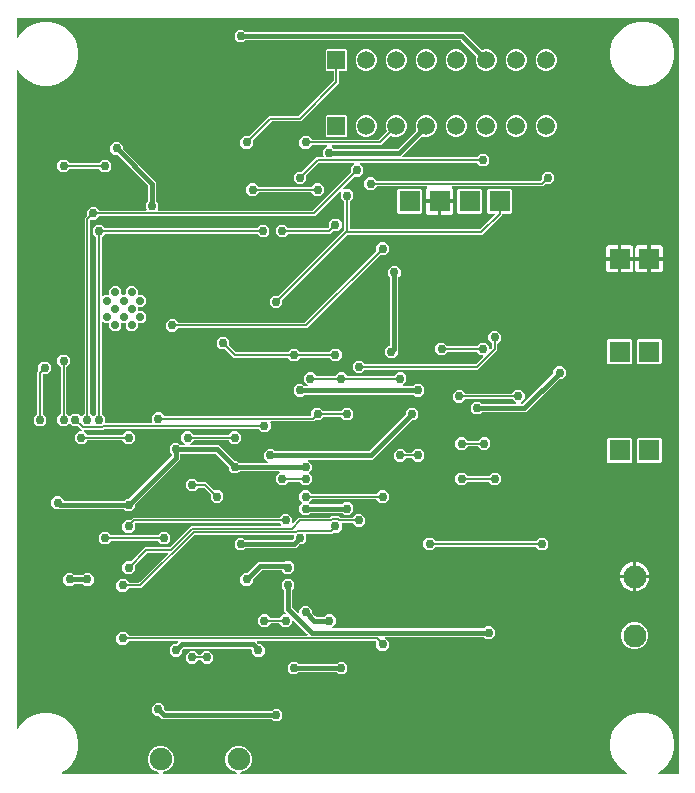
<source format=gbr>
G04 EAGLE Gerber RS-274X export*
G75*
%MOMM*%
%FSLAX34Y34*%
%LPD*%
%INBottom Copper*%
%IPPOS*%
%AMOC8*
5,1,8,0,0,1.08239X$1,22.5*%
G01*
%ADD10C,0.708000*%
%ADD11C,1.950000*%
%ADD12R,1.508000X1.508000*%
%ADD13C,1.508000*%
%ADD14R,1.800000X1.800000*%
%ADD15C,1.905000*%
%ADD16C,0.756400*%
%ADD17C,0.152400*%
%ADD18C,0.400000*%

G36*
X129818Y10176D02*
X129818Y10176D01*
X129915Y10186D01*
X129939Y10196D01*
X129965Y10200D01*
X130051Y10246D01*
X130140Y10286D01*
X130159Y10303D01*
X130182Y10316D01*
X130249Y10386D01*
X130321Y10452D01*
X130333Y10475D01*
X130351Y10494D01*
X130392Y10582D01*
X130439Y10668D01*
X130444Y10693D01*
X130455Y10717D01*
X130466Y10814D01*
X130483Y10910D01*
X130479Y10936D01*
X130482Y10961D01*
X130461Y11056D01*
X130447Y11153D01*
X130435Y11176D01*
X130430Y11202D01*
X130380Y11285D01*
X130336Y11372D01*
X130317Y11391D01*
X130304Y11413D01*
X130230Y11476D01*
X130160Y11544D01*
X130131Y11560D01*
X130117Y11573D01*
X130086Y11585D01*
X130013Y11625D01*
X125841Y13354D01*
X122733Y16462D01*
X121050Y20523D01*
X121050Y24919D01*
X122733Y28980D01*
X125841Y32088D01*
X129902Y33771D01*
X134298Y33771D01*
X138359Y32088D01*
X141467Y28980D01*
X143150Y24919D01*
X143150Y20523D01*
X141467Y16462D01*
X138359Y13354D01*
X134187Y11625D01*
X134104Y11574D01*
X134018Y11528D01*
X134000Y11509D01*
X133978Y11496D01*
X133916Y11421D01*
X133849Y11350D01*
X133838Y11326D01*
X133821Y11306D01*
X133786Y11215D01*
X133745Y11127D01*
X133742Y11101D01*
X133733Y11077D01*
X133729Y10979D01*
X133718Y10883D01*
X133724Y10857D01*
X133722Y10831D01*
X133750Y10737D01*
X133770Y10642D01*
X133784Y10620D01*
X133791Y10595D01*
X133846Y10515D01*
X133896Y10431D01*
X133916Y10414D01*
X133931Y10393D01*
X134009Y10334D01*
X134083Y10271D01*
X134108Y10261D01*
X134129Y10246D01*
X134221Y10216D01*
X134311Y10179D01*
X134344Y10176D01*
X134362Y10170D01*
X134395Y10170D01*
X134478Y10161D01*
X195722Y10161D01*
X195818Y10176D01*
X195915Y10186D01*
X195939Y10196D01*
X195965Y10200D01*
X196051Y10246D01*
X196140Y10286D01*
X196159Y10303D01*
X196182Y10316D01*
X196249Y10386D01*
X196321Y10452D01*
X196333Y10475D01*
X196351Y10494D01*
X196392Y10582D01*
X196439Y10668D01*
X196444Y10693D01*
X196455Y10717D01*
X196466Y10814D01*
X196483Y10910D01*
X196479Y10936D01*
X196482Y10961D01*
X196461Y11056D01*
X196447Y11153D01*
X196435Y11176D01*
X196430Y11202D01*
X196380Y11285D01*
X196336Y11372D01*
X196317Y11391D01*
X196304Y11413D01*
X196230Y11476D01*
X196160Y11544D01*
X196131Y11560D01*
X196117Y11573D01*
X196086Y11585D01*
X196013Y11625D01*
X191841Y13354D01*
X188733Y16462D01*
X187050Y20523D01*
X187050Y24919D01*
X188733Y28980D01*
X191841Y32088D01*
X195902Y33771D01*
X200298Y33771D01*
X204359Y32088D01*
X207467Y28980D01*
X209150Y24919D01*
X209150Y20523D01*
X207467Y16462D01*
X204359Y13354D01*
X200187Y11625D01*
X200104Y11574D01*
X200018Y11528D01*
X200000Y11509D01*
X199978Y11496D01*
X199916Y11421D01*
X199849Y11350D01*
X199838Y11326D01*
X199821Y11306D01*
X199786Y11215D01*
X199745Y11127D01*
X199742Y11101D01*
X199733Y11077D01*
X199729Y10979D01*
X199718Y10883D01*
X199724Y10857D01*
X199722Y10831D01*
X199750Y10737D01*
X199770Y10642D01*
X199784Y10620D01*
X199791Y10595D01*
X199846Y10515D01*
X199896Y10431D01*
X199916Y10414D01*
X199931Y10393D01*
X200009Y10334D01*
X200083Y10271D01*
X200108Y10261D01*
X200129Y10246D01*
X200221Y10216D01*
X200311Y10179D01*
X200344Y10176D01*
X200362Y10170D01*
X200395Y10170D01*
X200478Y10161D01*
X525860Y10161D01*
X525908Y10168D01*
X525956Y10167D01*
X526028Y10188D01*
X526103Y10200D01*
X526146Y10223D01*
X526192Y10237D01*
X526254Y10280D01*
X526321Y10316D01*
X526354Y10350D01*
X526393Y10378D01*
X526438Y10439D01*
X526490Y10494D01*
X526510Y10537D01*
X526539Y10576D01*
X526562Y10648D01*
X526594Y10717D01*
X526599Y10765D01*
X526613Y10810D01*
X526612Y10886D01*
X526621Y10961D01*
X526610Y11008D01*
X526610Y11056D01*
X526585Y11128D01*
X526568Y11202D01*
X526544Y11243D01*
X526528Y11288D01*
X526481Y11348D01*
X526442Y11413D01*
X526406Y11444D01*
X526376Y11482D01*
X526272Y11558D01*
X526255Y11573D01*
X526249Y11575D01*
X526241Y11581D01*
X523323Y13266D01*
X518266Y18323D01*
X514690Y24516D01*
X512839Y31424D01*
X512839Y38576D01*
X514690Y45484D01*
X518266Y51677D01*
X523323Y56734D01*
X529516Y60310D01*
X536424Y62161D01*
X543576Y62161D01*
X550484Y60310D01*
X556677Y56734D01*
X561734Y51677D01*
X565310Y45484D01*
X567161Y38576D01*
X567161Y31424D01*
X565310Y24516D01*
X561734Y18323D01*
X556677Y13266D01*
X553759Y11581D01*
X553722Y11551D01*
X553679Y11528D01*
X553627Y11474D01*
X553569Y11425D01*
X553543Y11385D01*
X553510Y11350D01*
X553478Y11281D01*
X553438Y11217D01*
X553427Y11170D01*
X553406Y11127D01*
X553398Y11052D01*
X553380Y10978D01*
X553385Y10930D01*
X553379Y10883D01*
X553395Y10808D01*
X553402Y10733D01*
X553421Y10689D01*
X553432Y10642D01*
X553470Y10577D01*
X553501Y10508D01*
X553533Y10472D01*
X553558Y10431D01*
X553615Y10382D01*
X553666Y10326D01*
X553708Y10302D01*
X553745Y10271D01*
X553815Y10243D01*
X553881Y10206D01*
X553928Y10197D01*
X553973Y10179D01*
X554101Y10165D01*
X554123Y10161D01*
X554130Y10162D01*
X554140Y10161D01*
X569978Y10161D01*
X569998Y10164D01*
X570017Y10162D01*
X570119Y10184D01*
X570221Y10200D01*
X570238Y10210D01*
X570258Y10214D01*
X570347Y10267D01*
X570438Y10316D01*
X570452Y10330D01*
X570469Y10340D01*
X570536Y10419D01*
X570608Y10494D01*
X570616Y10512D01*
X570629Y10527D01*
X570668Y10623D01*
X570711Y10717D01*
X570713Y10737D01*
X570721Y10755D01*
X570739Y10922D01*
X570739Y649378D01*
X570736Y649398D01*
X570738Y649417D01*
X570716Y649519D01*
X570700Y649621D01*
X570690Y649638D01*
X570686Y649658D01*
X570633Y649747D01*
X570584Y649838D01*
X570570Y649852D01*
X570560Y649869D01*
X570481Y649936D01*
X570406Y650008D01*
X570388Y650016D01*
X570373Y650029D01*
X570277Y650068D01*
X570183Y650111D01*
X570163Y650113D01*
X570145Y650121D01*
X569978Y650139D01*
X10922Y650139D01*
X10902Y650136D01*
X10883Y650138D01*
X10781Y650116D01*
X10679Y650100D01*
X10662Y650090D01*
X10642Y650086D01*
X10553Y650033D01*
X10462Y649984D01*
X10448Y649970D01*
X10431Y649960D01*
X10364Y649881D01*
X10292Y649806D01*
X10284Y649788D01*
X10271Y649773D01*
X10232Y649677D01*
X10189Y649583D01*
X10187Y649563D01*
X10179Y649545D01*
X10161Y649378D01*
X10161Y634140D01*
X10168Y634092D01*
X10167Y634044D01*
X10188Y633972D01*
X10200Y633897D01*
X10223Y633854D01*
X10237Y633808D01*
X10280Y633746D01*
X10316Y633679D01*
X10350Y633646D01*
X10378Y633607D01*
X10439Y633562D01*
X10494Y633510D01*
X10537Y633490D01*
X10576Y633461D01*
X10648Y633438D01*
X10717Y633406D01*
X10765Y633401D01*
X10810Y633387D01*
X10886Y633388D01*
X10961Y633379D01*
X11008Y633390D01*
X11056Y633390D01*
X11128Y633415D01*
X11202Y633432D01*
X11243Y633456D01*
X11288Y633472D01*
X11348Y633519D01*
X11413Y633558D01*
X11444Y633594D01*
X11482Y633624D01*
X11558Y633728D01*
X11573Y633745D01*
X11575Y633751D01*
X11581Y633759D01*
X13266Y636677D01*
X18323Y641734D01*
X24516Y645310D01*
X31424Y647161D01*
X38576Y647161D01*
X45484Y645310D01*
X51677Y641734D01*
X56734Y636677D01*
X60310Y630484D01*
X62161Y623576D01*
X62161Y616424D01*
X60310Y609516D01*
X56734Y603323D01*
X51677Y598266D01*
X45484Y594690D01*
X38576Y592839D01*
X31424Y592839D01*
X24516Y594690D01*
X18323Y598266D01*
X13266Y603323D01*
X11581Y606241D01*
X11551Y606278D01*
X11528Y606321D01*
X11474Y606373D01*
X11425Y606431D01*
X11385Y606457D01*
X11350Y606490D01*
X11281Y606522D01*
X11217Y606562D01*
X11170Y606573D01*
X11127Y606594D01*
X11052Y606602D01*
X10978Y606620D01*
X10930Y606615D01*
X10883Y606621D01*
X10808Y606605D01*
X10733Y606598D01*
X10689Y606579D01*
X10642Y606568D01*
X10577Y606530D01*
X10508Y606499D01*
X10472Y606467D01*
X10431Y606442D01*
X10382Y606385D01*
X10326Y606334D01*
X10302Y606292D01*
X10271Y606255D01*
X10243Y606185D01*
X10206Y606119D01*
X10197Y606072D01*
X10179Y606027D01*
X10165Y605899D01*
X10161Y605877D01*
X10162Y605870D01*
X10161Y605860D01*
X10161Y49140D01*
X10168Y49092D01*
X10167Y49044D01*
X10188Y48972D01*
X10200Y48897D01*
X10223Y48854D01*
X10237Y48808D01*
X10280Y48746D01*
X10316Y48679D01*
X10350Y48646D01*
X10378Y48607D01*
X10439Y48562D01*
X10494Y48510D01*
X10537Y48490D01*
X10576Y48461D01*
X10648Y48438D01*
X10717Y48406D01*
X10765Y48401D01*
X10810Y48387D01*
X10886Y48388D01*
X10961Y48379D01*
X11008Y48390D01*
X11056Y48390D01*
X11128Y48415D01*
X11202Y48432D01*
X11243Y48456D01*
X11288Y48472D01*
X11348Y48519D01*
X11413Y48558D01*
X11444Y48594D01*
X11482Y48624D01*
X11558Y48728D01*
X11573Y48745D01*
X11575Y48751D01*
X11581Y48759D01*
X13266Y51677D01*
X18323Y56734D01*
X24516Y60310D01*
X31424Y62161D01*
X38576Y62161D01*
X45484Y60310D01*
X51677Y56734D01*
X56734Y51677D01*
X60310Y45484D01*
X62161Y38576D01*
X62161Y31424D01*
X60310Y24516D01*
X56734Y18323D01*
X51677Y13266D01*
X48759Y11581D01*
X48722Y11551D01*
X48679Y11528D01*
X48627Y11474D01*
X48569Y11425D01*
X48543Y11385D01*
X48510Y11350D01*
X48478Y11281D01*
X48438Y11217D01*
X48427Y11170D01*
X48406Y11127D01*
X48398Y11052D01*
X48380Y10978D01*
X48385Y10930D01*
X48379Y10883D01*
X48395Y10808D01*
X48402Y10733D01*
X48421Y10689D01*
X48432Y10642D01*
X48470Y10577D01*
X48501Y10508D01*
X48533Y10472D01*
X48558Y10431D01*
X48615Y10382D01*
X48666Y10326D01*
X48708Y10302D01*
X48745Y10271D01*
X48815Y10243D01*
X48881Y10206D01*
X48928Y10197D01*
X48973Y10179D01*
X49101Y10165D01*
X49123Y10161D01*
X49130Y10162D01*
X49140Y10161D01*
X129722Y10161D01*
X129818Y10176D01*
G37*
%LPC*%
G36*
X62802Y289693D02*
X62802Y289693D01*
X59693Y292802D01*
X59693Y297198D01*
X62802Y300307D01*
X64622Y300307D01*
X64692Y300318D01*
X64764Y300320D01*
X64813Y300338D01*
X64864Y300346D01*
X64928Y300380D01*
X64995Y300405D01*
X65036Y300437D01*
X65082Y300462D01*
X65131Y300514D01*
X65187Y300558D01*
X65215Y300602D01*
X65251Y300640D01*
X65281Y300705D01*
X65320Y300765D01*
X65333Y300816D01*
X65355Y300863D01*
X65363Y300934D01*
X65380Y301004D01*
X65376Y301056D01*
X65382Y301107D01*
X65367Y301178D01*
X65361Y301249D01*
X65341Y301297D01*
X65330Y301348D01*
X65293Y301409D01*
X65265Y301475D01*
X65220Y301531D01*
X65203Y301559D01*
X65186Y301574D01*
X65160Y301606D01*
X62296Y304470D01*
X62222Y304523D01*
X62152Y304583D01*
X62122Y304595D01*
X62096Y304614D01*
X62009Y304641D01*
X61924Y304675D01*
X61883Y304679D01*
X61861Y304686D01*
X61829Y304685D01*
X61757Y304693D01*
X57802Y304693D01*
X55538Y306957D01*
X55522Y306968D01*
X55510Y306984D01*
X55422Y307040D01*
X55339Y307100D01*
X55320Y307106D01*
X55303Y307117D01*
X55202Y307142D01*
X55103Y307173D01*
X55084Y307172D01*
X55064Y307177D01*
X54961Y307169D01*
X54858Y307166D01*
X54839Y307160D01*
X54819Y307158D01*
X54724Y307118D01*
X54627Y307082D01*
X54611Y307069D01*
X54593Y307062D01*
X54462Y306957D01*
X52198Y304693D01*
X47802Y304693D01*
X44693Y307802D01*
X44693Y312198D01*
X47490Y314995D01*
X47543Y315069D01*
X47603Y315139D01*
X47615Y315169D01*
X47634Y315195D01*
X47661Y315282D01*
X47695Y315367D01*
X47699Y315408D01*
X47706Y315430D01*
X47705Y315462D01*
X47713Y315533D01*
X47713Y354467D01*
X47699Y354557D01*
X47691Y354648D01*
X47679Y354677D01*
X47674Y354709D01*
X47631Y354790D01*
X47595Y354874D01*
X47569Y354906D01*
X47558Y354927D01*
X47535Y354949D01*
X47490Y355005D01*
X44693Y357802D01*
X44693Y362198D01*
X47802Y365307D01*
X52198Y365307D01*
X55307Y362198D01*
X55307Y357802D01*
X52510Y355005D01*
X52457Y354931D01*
X52397Y354861D01*
X52385Y354831D01*
X52366Y354805D01*
X52339Y354718D01*
X52305Y354633D01*
X52301Y354592D01*
X52294Y354570D01*
X52295Y354538D01*
X52287Y354467D01*
X52287Y315533D01*
X52301Y315443D01*
X52309Y315352D01*
X52321Y315323D01*
X52326Y315291D01*
X52369Y315210D01*
X52405Y315126D01*
X52431Y315094D01*
X52442Y315073D01*
X52465Y315051D01*
X52510Y314995D01*
X54462Y313043D01*
X54478Y313032D01*
X54490Y313016D01*
X54578Y312960D01*
X54661Y312900D01*
X54680Y312894D01*
X54697Y312883D01*
X54798Y312858D01*
X54897Y312827D01*
X54916Y312828D01*
X54936Y312823D01*
X55039Y312831D01*
X55142Y312834D01*
X55161Y312840D01*
X55181Y312842D01*
X55276Y312882D01*
X55373Y312918D01*
X55389Y312931D01*
X55407Y312938D01*
X55538Y313043D01*
X57802Y315307D01*
X62198Y315307D01*
X64462Y313043D01*
X64478Y313032D01*
X64490Y313016D01*
X64578Y312960D01*
X64661Y312900D01*
X64680Y312894D01*
X64697Y312883D01*
X64798Y312858D01*
X64897Y312827D01*
X64916Y312828D01*
X64936Y312823D01*
X65039Y312831D01*
X65142Y312834D01*
X65161Y312840D01*
X65181Y312842D01*
X65276Y312882D01*
X65373Y312918D01*
X65389Y312931D01*
X65407Y312938D01*
X65538Y313043D01*
X67490Y314995D01*
X67543Y315069D01*
X67603Y315139D01*
X67615Y315169D01*
X67634Y315195D01*
X67661Y315282D01*
X67695Y315367D01*
X67699Y315408D01*
X67706Y315430D01*
X67705Y315462D01*
X67713Y315533D01*
X67713Y480947D01*
X69470Y482704D01*
X69523Y482778D01*
X69583Y482848D01*
X69595Y482878D01*
X69614Y482904D01*
X69641Y482991D01*
X69675Y483076D01*
X69679Y483117D01*
X69686Y483139D01*
X69685Y483171D01*
X69693Y483243D01*
X69693Y487198D01*
X72802Y490307D01*
X77198Y490307D01*
X79995Y487510D01*
X80069Y487457D01*
X80139Y487397D01*
X80169Y487385D01*
X80195Y487366D01*
X80282Y487339D01*
X80367Y487305D01*
X80408Y487301D01*
X80430Y487294D01*
X80462Y487295D01*
X80533Y487287D01*
X119439Y487287D01*
X119509Y487298D01*
X119581Y487300D01*
X119630Y487318D01*
X119681Y487326D01*
X119745Y487360D01*
X119812Y487385D01*
X119853Y487417D01*
X119899Y487442D01*
X119948Y487494D01*
X120004Y487538D01*
X120032Y487582D01*
X120068Y487620D01*
X120098Y487685D01*
X120137Y487745D01*
X120150Y487796D01*
X120172Y487843D01*
X120180Y487914D01*
X120197Y487984D01*
X120193Y488036D01*
X120199Y488087D01*
X120184Y488158D01*
X120178Y488229D01*
X120158Y488277D01*
X120147Y488328D01*
X120110Y488389D01*
X120082Y488455D01*
X120037Y488511D01*
X120020Y488539D01*
X120003Y488554D01*
X119977Y488586D01*
X119693Y488870D01*
X119693Y493266D01*
X121252Y494825D01*
X121305Y494899D01*
X121365Y494969D01*
X121377Y494999D01*
X121396Y495025D01*
X121423Y495112D01*
X121457Y495197D01*
X121461Y495238D01*
X121468Y495260D01*
X121467Y495292D01*
X121475Y495363D01*
X121475Y508225D01*
X121461Y508315D01*
X121453Y508406D01*
X121441Y508435D01*
X121436Y508467D01*
X121393Y508548D01*
X121357Y508632D01*
X121331Y508664D01*
X121320Y508685D01*
X121297Y508707D01*
X121252Y508763D01*
X95545Y534470D01*
X95471Y534523D01*
X95402Y534583D01*
X95371Y534595D01*
X95345Y534614D01*
X95258Y534641D01*
X95173Y534675D01*
X95132Y534679D01*
X95110Y534686D01*
X95078Y534685D01*
X95007Y534693D01*
X92802Y534693D01*
X89693Y537802D01*
X89693Y542198D01*
X92802Y545307D01*
X97198Y545307D01*
X100307Y542198D01*
X100307Y539993D01*
X100312Y539963D01*
X100310Y539951D01*
X100322Y539898D01*
X100329Y539812D01*
X100341Y539783D01*
X100346Y539751D01*
X100359Y539727D01*
X100363Y539711D01*
X100394Y539658D01*
X100425Y539586D01*
X100451Y539554D01*
X100462Y539533D01*
X100478Y539517D01*
X100489Y539500D01*
X100505Y539486D01*
X100530Y539455D01*
X128525Y511460D01*
X128525Y495363D01*
X128539Y495273D01*
X128547Y495182D01*
X128559Y495153D01*
X128564Y495121D01*
X128607Y495040D01*
X128643Y494956D01*
X128669Y494924D01*
X128680Y494903D01*
X128703Y494881D01*
X128748Y494825D01*
X130307Y493266D01*
X130307Y488870D01*
X130023Y488586D01*
X129981Y488528D01*
X129932Y488476D01*
X129910Y488429D01*
X129880Y488387D01*
X129858Y488318D01*
X129828Y488253D01*
X129823Y488201D01*
X129807Y488151D01*
X129809Y488080D01*
X129801Y488009D01*
X129812Y487958D01*
X129814Y487906D01*
X129838Y487838D01*
X129853Y487768D01*
X129880Y487723D01*
X129898Y487675D01*
X129943Y487619D01*
X129980Y487557D01*
X130019Y487523D01*
X130052Y487483D01*
X130112Y487444D01*
X130167Y487397D01*
X130215Y487378D01*
X130259Y487350D01*
X130328Y487332D01*
X130395Y487305D01*
X130466Y487297D01*
X130497Y487289D01*
X130520Y487291D01*
X130561Y487287D01*
X260885Y487287D01*
X260975Y487301D01*
X261066Y487309D01*
X261096Y487321D01*
X261128Y487326D01*
X261209Y487369D01*
X261292Y487405D01*
X261325Y487431D01*
X261345Y487442D01*
X261367Y487465D01*
X261423Y487510D01*
X293044Y519130D01*
X293097Y519204D01*
X293157Y519274D01*
X293169Y519304D01*
X293188Y519330D01*
X293214Y519417D01*
X293249Y519502D01*
X293253Y519543D01*
X293260Y519565D01*
X293259Y519597D01*
X293267Y519669D01*
X293267Y523624D01*
X296057Y526414D01*
X296098Y526472D01*
X296148Y526524D01*
X296170Y526571D01*
X296200Y526613D01*
X296221Y526682D01*
X296251Y526747D01*
X296257Y526799D01*
X296272Y526849D01*
X296271Y526920D01*
X296278Y526991D01*
X296267Y527042D01*
X296266Y527094D01*
X296241Y527162D01*
X296226Y527232D01*
X296199Y527277D01*
X296182Y527325D01*
X296137Y527381D01*
X296100Y527443D01*
X296060Y527477D01*
X296028Y527517D01*
X295968Y527556D01*
X295913Y527603D01*
X295865Y527622D01*
X295821Y527650D01*
X295752Y527668D01*
X295685Y527695D01*
X295614Y527703D01*
X295582Y527711D01*
X295559Y527709D01*
X295518Y527713D01*
X266263Y527713D01*
X266172Y527699D01*
X266082Y527691D01*
X266052Y527679D01*
X266020Y527674D01*
X265939Y527631D01*
X265855Y527595D01*
X265823Y527569D01*
X265802Y527558D01*
X265780Y527535D01*
X265724Y527490D01*
X255530Y517296D01*
X255477Y517222D01*
X255417Y517152D01*
X255405Y517122D01*
X255386Y517096D01*
X255359Y517009D01*
X255325Y516924D01*
X255321Y516883D01*
X255314Y516861D01*
X255315Y516829D01*
X255307Y516757D01*
X255307Y512802D01*
X252198Y509693D01*
X247802Y509693D01*
X244693Y512802D01*
X244693Y517198D01*
X247802Y520307D01*
X251757Y520307D01*
X251848Y520321D01*
X251938Y520329D01*
X251968Y520341D01*
X252000Y520346D01*
X252081Y520389D01*
X252165Y520425D01*
X252197Y520451D01*
X252218Y520462D01*
X252240Y520485D01*
X252296Y520530D01*
X264053Y532287D01*
X269439Y532287D01*
X269509Y532298D01*
X269581Y532300D01*
X269630Y532318D01*
X269681Y532326D01*
X269745Y532360D01*
X269812Y532385D01*
X269853Y532417D01*
X269899Y532442D01*
X269948Y532494D01*
X270004Y532538D01*
X270032Y532582D01*
X270068Y532620D01*
X270098Y532685D01*
X270137Y532745D01*
X270150Y532796D01*
X270172Y532843D01*
X270180Y532914D01*
X270197Y532984D01*
X270193Y533036D01*
X270199Y533087D01*
X270184Y533158D01*
X270178Y533229D01*
X270158Y533277D01*
X270147Y533328D01*
X270110Y533389D01*
X270082Y533455D01*
X270037Y533511D01*
X270020Y533539D01*
X270003Y533554D01*
X269977Y533586D01*
X269693Y533870D01*
X269693Y538266D01*
X272841Y541414D01*
X272883Y541472D01*
X272932Y541524D01*
X272954Y541571D01*
X272984Y541613D01*
X273006Y541682D01*
X273036Y541747D01*
X273041Y541799D01*
X273057Y541849D01*
X273055Y541920D01*
X273063Y541991D01*
X273052Y542042D01*
X273050Y542094D01*
X273026Y542162D01*
X273011Y542232D01*
X272984Y542277D01*
X272966Y542325D01*
X272921Y542381D01*
X272884Y542443D01*
X272845Y542477D01*
X272812Y542517D01*
X272752Y542556D01*
X272697Y542603D01*
X272649Y542622D01*
X272605Y542650D01*
X272536Y542668D01*
X272469Y542695D01*
X272398Y542703D01*
X272367Y542711D01*
X272344Y542709D01*
X272303Y542713D01*
X260533Y542713D01*
X260443Y542699D01*
X260352Y542691D01*
X260323Y542679D01*
X260291Y542674D01*
X260210Y542631D01*
X260126Y542595D01*
X260094Y542569D01*
X260073Y542558D01*
X260051Y542535D01*
X259995Y542490D01*
X257198Y539693D01*
X252802Y539693D01*
X249693Y542802D01*
X249693Y547198D01*
X252802Y550307D01*
X257198Y550307D01*
X259995Y547510D01*
X260069Y547457D01*
X260139Y547397D01*
X260169Y547385D01*
X260195Y547366D01*
X260282Y547339D01*
X260367Y547305D01*
X260408Y547301D01*
X260430Y547294D01*
X260462Y547295D01*
X260533Y547287D01*
X316637Y547287D01*
X316728Y547301D01*
X316818Y547309D01*
X316848Y547321D01*
X316880Y547326D01*
X316961Y547369D01*
X317045Y547405D01*
X317077Y547431D01*
X317098Y547442D01*
X317120Y547465D01*
X317176Y547510D01*
X323455Y553789D01*
X323523Y553884D01*
X323593Y553978D01*
X323595Y553984D01*
X323599Y553989D01*
X323633Y554100D01*
X323669Y554212D01*
X323669Y554218D01*
X323671Y554224D01*
X323668Y554341D01*
X323667Y554458D01*
X323665Y554465D01*
X323665Y554470D01*
X323658Y554487D01*
X323620Y554619D01*
X322635Y556997D01*
X322635Y560603D01*
X324015Y563935D01*
X326565Y566485D01*
X329897Y567865D01*
X333503Y567865D01*
X336835Y566485D01*
X339385Y563935D01*
X340765Y560603D01*
X340765Y556997D01*
X339385Y553665D01*
X336835Y551115D01*
X333503Y549735D01*
X329897Y549735D01*
X327519Y550720D01*
X327405Y550747D01*
X327292Y550776D01*
X327285Y550775D01*
X327279Y550776D01*
X327163Y550765D01*
X327046Y550756D01*
X327041Y550754D01*
X327034Y550753D01*
X326927Y550706D01*
X326820Y550660D01*
X326814Y550655D01*
X326810Y550653D01*
X326796Y550641D01*
X326689Y550555D01*
X320410Y544276D01*
X318847Y542713D01*
X277697Y542713D01*
X277627Y542702D01*
X277555Y542700D01*
X277506Y542682D01*
X277455Y542674D01*
X277391Y542640D01*
X277324Y542615D01*
X277283Y542583D01*
X277237Y542558D01*
X277188Y542506D01*
X277132Y542462D01*
X277104Y542418D01*
X277068Y542380D01*
X277038Y542315D01*
X276999Y542255D01*
X276986Y542204D01*
X276964Y542157D01*
X276956Y542086D01*
X276939Y542016D01*
X276943Y541964D01*
X276937Y541913D01*
X276952Y541842D01*
X276958Y541771D01*
X276978Y541723D01*
X276989Y541672D01*
X277026Y541611D01*
X277054Y541545D01*
X277099Y541489D01*
X277116Y541461D01*
X277133Y541446D01*
X277159Y541414D01*
X278757Y539816D01*
X278831Y539763D01*
X278901Y539703D01*
X278931Y539691D01*
X278957Y539672D01*
X279044Y539645D01*
X279129Y539611D01*
X279170Y539607D01*
X279192Y539600D01*
X279224Y539601D01*
X279295Y539593D01*
X332593Y539593D01*
X332683Y539607D01*
X332774Y539615D01*
X332803Y539627D01*
X332835Y539632D01*
X332916Y539675D01*
X333000Y539711D01*
X333032Y539737D01*
X333053Y539748D01*
X333075Y539771D01*
X333131Y539816D01*
X348342Y555027D01*
X348410Y555121D01*
X348480Y555216D01*
X348482Y555222D01*
X348486Y555227D01*
X348520Y555338D01*
X348557Y555450D01*
X348557Y555456D01*
X348558Y555462D01*
X348555Y555579D01*
X348554Y555696D01*
X348552Y555703D01*
X348552Y555708D01*
X348546Y555725D01*
X348508Y555857D01*
X348035Y556997D01*
X348035Y560603D01*
X349415Y563935D01*
X351965Y566485D01*
X355297Y567865D01*
X358903Y567865D01*
X362235Y566485D01*
X364785Y563935D01*
X366165Y560603D01*
X366165Y556997D01*
X364785Y553665D01*
X362235Y551115D01*
X358903Y549735D01*
X355297Y549735D01*
X354157Y550208D01*
X354043Y550234D01*
X353930Y550263D01*
X353923Y550262D01*
X353917Y550264D01*
X353801Y550253D01*
X353685Y550244D01*
X353679Y550241D01*
X353672Y550241D01*
X353565Y550193D01*
X353458Y550147D01*
X353452Y550143D01*
X353448Y550141D01*
X353434Y550128D01*
X353327Y550042D01*
X336871Y533586D01*
X336829Y533528D01*
X336780Y533476D01*
X336758Y533429D01*
X336727Y533387D01*
X336706Y533318D01*
X336676Y533253D01*
X336670Y533201D01*
X336655Y533151D01*
X336657Y533080D01*
X336649Y533009D01*
X336660Y532958D01*
X336661Y532906D01*
X336686Y532838D01*
X336701Y532768D01*
X336728Y532723D01*
X336746Y532675D01*
X336791Y532619D01*
X336827Y532557D01*
X336867Y532523D01*
X336900Y532483D01*
X336960Y532444D01*
X337014Y532397D01*
X337063Y532378D01*
X337107Y532350D01*
X337176Y532332D01*
X337243Y532305D01*
X337314Y532297D01*
X337345Y532289D01*
X337368Y532291D01*
X337409Y532287D01*
X399467Y532287D01*
X399557Y532301D01*
X399648Y532309D01*
X399677Y532321D01*
X399709Y532326D01*
X399790Y532369D01*
X399874Y532405D01*
X399906Y532431D01*
X399927Y532442D01*
X399949Y532465D01*
X400005Y532510D01*
X402802Y535307D01*
X407198Y535307D01*
X410307Y532198D01*
X410307Y527802D01*
X407198Y524693D01*
X402802Y524693D01*
X400005Y527490D01*
X399931Y527543D01*
X399861Y527603D01*
X399831Y527615D01*
X399805Y527634D01*
X399718Y527661D01*
X399633Y527695D01*
X399592Y527699D01*
X399570Y527706D01*
X399538Y527705D01*
X399467Y527713D01*
X301629Y527713D01*
X301559Y527702D01*
X301487Y527700D01*
X301438Y527682D01*
X301387Y527674D01*
X301323Y527640D01*
X301256Y527615D01*
X301215Y527583D01*
X301169Y527558D01*
X301120Y527506D01*
X301064Y527462D01*
X301036Y527418D01*
X301000Y527380D01*
X300970Y527315D01*
X300931Y527255D01*
X300918Y527204D01*
X300896Y527157D01*
X300888Y527086D01*
X300871Y527016D01*
X300875Y526964D01*
X300869Y526913D01*
X300884Y526842D01*
X300890Y526771D01*
X300910Y526723D01*
X300921Y526672D01*
X300958Y526611D01*
X300986Y526545D01*
X301031Y526489D01*
X301048Y526461D01*
X301065Y526446D01*
X301091Y526414D01*
X303881Y523624D01*
X303881Y519228D01*
X300772Y516119D01*
X296816Y516119D01*
X296726Y516105D01*
X296635Y516098D01*
X296606Y516085D01*
X296574Y516080D01*
X296493Y516037D01*
X296409Y516001D01*
X296377Y515976D01*
X296356Y515965D01*
X296334Y515941D01*
X296278Y515896D01*
X286988Y506606D01*
X286946Y506548D01*
X286897Y506496D01*
X286875Y506449D01*
X286844Y506407D01*
X286823Y506338D01*
X286793Y506273D01*
X286787Y506221D01*
X286772Y506171D01*
X286774Y506100D01*
X286766Y506029D01*
X286777Y505978D01*
X286778Y505926D01*
X286803Y505858D01*
X286818Y505788D01*
X286845Y505743D01*
X286863Y505695D01*
X286908Y505639D01*
X286944Y505577D01*
X286984Y505543D01*
X287016Y505503D01*
X287077Y505464D01*
X287131Y505417D01*
X287180Y505398D01*
X287223Y505370D01*
X287293Y505352D01*
X287359Y505325D01*
X287431Y505317D01*
X287462Y505309D01*
X287485Y505311D01*
X287526Y505307D01*
X292198Y505307D01*
X295307Y502198D01*
X295307Y497802D01*
X292510Y495005D01*
X292457Y494931D01*
X292397Y494861D01*
X292385Y494831D01*
X292366Y494805D01*
X292339Y494718D01*
X292305Y494633D01*
X292301Y494592D01*
X292294Y494570D01*
X292295Y494538D01*
X292287Y494467D01*
X292287Y472062D01*
X292290Y472042D01*
X292288Y472023D01*
X292310Y471921D01*
X292326Y471819D01*
X292336Y471802D01*
X292340Y471782D01*
X292393Y471693D01*
X292442Y471602D01*
X292456Y471588D01*
X292466Y471571D01*
X292545Y471504D01*
X292620Y471432D01*
X292638Y471424D01*
X292653Y471411D01*
X292749Y471372D01*
X292843Y471329D01*
X292863Y471327D01*
X292881Y471319D01*
X293048Y471301D01*
X402384Y471301D01*
X402474Y471315D01*
X402565Y471323D01*
X402595Y471335D01*
X402627Y471340D01*
X402708Y471383D01*
X402792Y471419D01*
X402824Y471445D01*
X402844Y471456D01*
X402867Y471479D01*
X402923Y471524D01*
X414875Y483476D01*
X414917Y483534D01*
X414966Y483586D01*
X414988Y483633D01*
X415018Y483675D01*
X415039Y483744D01*
X415070Y483809D01*
X415075Y483861D01*
X415091Y483911D01*
X415089Y483982D01*
X415097Y484053D01*
X415086Y484104D01*
X415084Y484156D01*
X415060Y484224D01*
X415044Y484294D01*
X415018Y484339D01*
X415000Y484387D01*
X414955Y484443D01*
X414918Y484505D01*
X414879Y484539D01*
X414846Y484579D01*
X414786Y484618D01*
X414731Y484665D01*
X414683Y484684D01*
X414639Y484712D01*
X414570Y484730D01*
X414503Y484757D01*
X414432Y484765D01*
X414401Y484773D01*
X414377Y484771D01*
X414336Y484775D01*
X409468Y484775D01*
X408575Y485668D01*
X408575Y504932D01*
X409468Y505825D01*
X428732Y505825D01*
X429625Y504932D01*
X429625Y485668D01*
X428732Y484775D01*
X422148Y484775D01*
X422128Y484772D01*
X422109Y484774D01*
X422007Y484752D01*
X421905Y484736D01*
X421888Y484726D01*
X421868Y484722D01*
X421779Y484669D01*
X421688Y484620D01*
X421674Y484606D01*
X421657Y484596D01*
X421590Y484517D01*
X421518Y484442D01*
X421510Y484424D01*
X421497Y484409D01*
X421458Y484313D01*
X421415Y484219D01*
X421413Y484199D01*
X421405Y484181D01*
X421387Y484014D01*
X421387Y483520D01*
X404594Y466727D01*
X290277Y466727D01*
X290186Y466713D01*
X290096Y466705D01*
X290066Y466693D01*
X290034Y466688D01*
X289953Y466645D01*
X289869Y466609D01*
X289837Y466583D01*
X289816Y466572D01*
X289794Y466549D01*
X289738Y466504D01*
X235530Y412296D01*
X235477Y412222D01*
X235417Y412152D01*
X235405Y412122D01*
X235386Y412096D01*
X235359Y412009D01*
X235325Y411924D01*
X235321Y411883D01*
X235314Y411861D01*
X235315Y411829D01*
X235307Y411757D01*
X235307Y407802D01*
X232198Y404693D01*
X227802Y404693D01*
X224693Y407802D01*
X224693Y412198D01*
X227802Y415307D01*
X231757Y415307D01*
X231848Y415321D01*
X231938Y415329D01*
X231968Y415341D01*
X232000Y415346D01*
X232081Y415389D01*
X232165Y415425D01*
X232197Y415451D01*
X232218Y415462D01*
X232240Y415485D01*
X232296Y415530D01*
X287490Y470724D01*
X287543Y470798D01*
X287603Y470868D01*
X287615Y470898D01*
X287634Y470924D01*
X287661Y471011D01*
X287695Y471096D01*
X287699Y471137D01*
X287706Y471159D01*
X287705Y471191D01*
X287713Y471263D01*
X287713Y494467D01*
X287699Y494557D01*
X287691Y494648D01*
X287679Y494677D01*
X287674Y494709D01*
X287631Y494790D01*
X287595Y494874D01*
X287569Y494906D01*
X287558Y494927D01*
X287535Y494949D01*
X287490Y495005D01*
X284693Y497802D01*
X284693Y502474D01*
X284682Y502545D01*
X284680Y502616D01*
X284662Y502665D01*
X284654Y502717D01*
X284620Y502780D01*
X284595Y502847D01*
X284563Y502888D01*
X284538Y502934D01*
X284486Y502983D01*
X284442Y503039D01*
X284398Y503068D01*
X284360Y503103D01*
X284295Y503134D01*
X284235Y503172D01*
X284184Y503185D01*
X284137Y503207D01*
X284066Y503215D01*
X283996Y503232D01*
X283944Y503228D01*
X283893Y503234D01*
X283822Y503219D01*
X283751Y503213D01*
X283703Y503193D01*
X283652Y503182D01*
X283591Y503145D01*
X283525Y503117D01*
X283469Y503072D01*
X283441Y503056D01*
X283426Y503038D01*
X283394Y503012D01*
X264657Y484276D01*
X263095Y482713D01*
X80533Y482713D01*
X80443Y482699D01*
X80352Y482691D01*
X80323Y482679D01*
X80291Y482674D01*
X80210Y482631D01*
X80126Y482595D01*
X80094Y482569D01*
X80073Y482558D01*
X80051Y482535D01*
X79995Y482490D01*
X77198Y479693D01*
X73243Y479693D01*
X73152Y479679D01*
X73062Y479671D01*
X73032Y479659D01*
X73000Y479654D01*
X72919Y479611D01*
X72835Y479575D01*
X72803Y479549D01*
X72782Y479538D01*
X72760Y479515D01*
X72704Y479470D01*
X72510Y479276D01*
X72457Y479202D01*
X72397Y479132D01*
X72385Y479102D01*
X72366Y479076D01*
X72339Y478989D01*
X72305Y478904D01*
X72301Y478863D01*
X72294Y478841D01*
X72295Y478809D01*
X72287Y478737D01*
X72287Y315533D01*
X72301Y315443D01*
X72309Y315352D01*
X72321Y315323D01*
X72326Y315291D01*
X72369Y315210D01*
X72405Y315126D01*
X72431Y315094D01*
X72442Y315073D01*
X72465Y315051D01*
X72510Y314995D01*
X74462Y313043D01*
X74478Y313032D01*
X74490Y313016D01*
X74578Y312960D01*
X74661Y312900D01*
X74680Y312894D01*
X74697Y312883D01*
X74798Y312858D01*
X74897Y312827D01*
X74916Y312828D01*
X74936Y312823D01*
X75039Y312831D01*
X75142Y312834D01*
X75161Y312840D01*
X75181Y312842D01*
X75276Y312882D01*
X75373Y312918D01*
X75389Y312931D01*
X75407Y312938D01*
X75538Y313043D01*
X77490Y314995D01*
X77543Y315069D01*
X77603Y315139D01*
X77615Y315169D01*
X77634Y315195D01*
X77661Y315282D01*
X77695Y315367D01*
X77699Y315408D01*
X77706Y315430D01*
X77705Y315462D01*
X77713Y315533D01*
X77713Y464467D01*
X77699Y464557D01*
X77691Y464648D01*
X77679Y464677D01*
X77674Y464709D01*
X77631Y464790D01*
X77595Y464874D01*
X77569Y464906D01*
X77558Y464927D01*
X77535Y464949D01*
X77490Y465005D01*
X74693Y467802D01*
X74693Y472198D01*
X77802Y475307D01*
X82198Y475307D01*
X84995Y472510D01*
X85069Y472457D01*
X85139Y472397D01*
X85169Y472385D01*
X85195Y472366D01*
X85282Y472339D01*
X85367Y472305D01*
X85408Y472301D01*
X85430Y472294D01*
X85462Y472295D01*
X85533Y472287D01*
X213399Y472287D01*
X213489Y472301D01*
X213580Y472309D01*
X213609Y472321D01*
X213641Y472326D01*
X213722Y472369D01*
X213806Y472405D01*
X213838Y472431D01*
X213859Y472442D01*
X213881Y472465D01*
X213937Y472510D01*
X216734Y475307D01*
X221130Y475307D01*
X224239Y472198D01*
X224239Y467802D01*
X221130Y464693D01*
X216734Y464693D01*
X213937Y467490D01*
X213863Y467543D01*
X213793Y467603D01*
X213763Y467615D01*
X213737Y467634D01*
X213650Y467661D01*
X213565Y467695D01*
X213524Y467699D01*
X213502Y467706D01*
X213470Y467705D01*
X213399Y467713D01*
X85533Y467713D01*
X85443Y467699D01*
X85352Y467691D01*
X85323Y467679D01*
X85291Y467674D01*
X85210Y467631D01*
X85126Y467595D01*
X85094Y467569D01*
X85073Y467558D01*
X85051Y467535D01*
X84995Y467490D01*
X82510Y465005D01*
X82457Y464931D01*
X82397Y464861D01*
X82385Y464831D01*
X82366Y464805D01*
X82339Y464718D01*
X82305Y464633D01*
X82301Y464592D01*
X82294Y464570D01*
X82295Y464538D01*
X82287Y464467D01*
X82287Y415587D01*
X82298Y415516D01*
X82300Y415445D01*
X82318Y415396D01*
X82326Y415344D01*
X82360Y415281D01*
X82385Y415214D01*
X82417Y415173D01*
X82442Y415127D01*
X82494Y415078D01*
X82538Y415022D01*
X82582Y414993D01*
X82620Y414958D01*
X82685Y414927D01*
X82745Y414889D01*
X82796Y414876D01*
X82843Y414854D01*
X82914Y414846D01*
X82984Y414829D01*
X83036Y414833D01*
X83087Y414827D01*
X83158Y414842D01*
X83229Y414848D01*
X83277Y414868D01*
X83328Y414879D01*
X83389Y414916D01*
X83455Y414944D01*
X83511Y414989D01*
X83539Y415005D01*
X83554Y415023D01*
X83586Y415049D01*
X84702Y416165D01*
X87974Y416165D01*
X87994Y416168D01*
X88013Y416166D01*
X88115Y416188D01*
X88217Y416204D01*
X88234Y416214D01*
X88254Y416218D01*
X88343Y416271D01*
X88434Y416320D01*
X88448Y416334D01*
X88465Y416344D01*
X88532Y416423D01*
X88604Y416498D01*
X88612Y416516D01*
X88625Y416531D01*
X88664Y416627D01*
X88707Y416721D01*
X88709Y416741D01*
X88717Y416759D01*
X88735Y416926D01*
X88735Y420198D01*
X91702Y423165D01*
X95898Y423165D01*
X98865Y420198D01*
X98865Y416926D01*
X98868Y416906D01*
X98866Y416887D01*
X98888Y416785D01*
X98904Y416683D01*
X98914Y416666D01*
X98918Y416646D01*
X98971Y416557D01*
X99020Y416466D01*
X99034Y416452D01*
X99044Y416435D01*
X99123Y416368D01*
X99198Y416296D01*
X99216Y416288D01*
X99231Y416275D01*
X99327Y416236D01*
X99421Y416193D01*
X99441Y416191D01*
X99459Y416183D01*
X99626Y416165D01*
X101974Y416165D01*
X101994Y416168D01*
X102013Y416166D01*
X102115Y416188D01*
X102217Y416204D01*
X102234Y416214D01*
X102254Y416218D01*
X102343Y416271D01*
X102434Y416320D01*
X102448Y416334D01*
X102465Y416344D01*
X102532Y416423D01*
X102604Y416498D01*
X102612Y416516D01*
X102625Y416531D01*
X102664Y416627D01*
X102707Y416721D01*
X102709Y416741D01*
X102717Y416759D01*
X102735Y416926D01*
X102735Y420198D01*
X105702Y423165D01*
X109898Y423165D01*
X112865Y420198D01*
X112865Y416926D01*
X112868Y416906D01*
X112866Y416887D01*
X112888Y416785D01*
X112904Y416683D01*
X112914Y416666D01*
X112918Y416646D01*
X112971Y416557D01*
X113020Y416466D01*
X113034Y416452D01*
X113044Y416435D01*
X113123Y416368D01*
X113198Y416296D01*
X113216Y416288D01*
X113231Y416275D01*
X113327Y416236D01*
X113421Y416193D01*
X113441Y416191D01*
X113459Y416183D01*
X113626Y416165D01*
X116898Y416165D01*
X119865Y413198D01*
X119865Y409002D01*
X116898Y406035D01*
X113626Y406035D01*
X113606Y406032D01*
X113587Y406034D01*
X113485Y406012D01*
X113383Y405996D01*
X113366Y405986D01*
X113346Y405982D01*
X113257Y405929D01*
X113166Y405880D01*
X113152Y405866D01*
X113135Y405856D01*
X113068Y405777D01*
X112996Y405702D01*
X112988Y405684D01*
X112975Y405669D01*
X112936Y405573D01*
X112893Y405479D01*
X112891Y405459D01*
X112883Y405441D01*
X112865Y405274D01*
X112865Y402926D01*
X112868Y402906D01*
X112866Y402887D01*
X112888Y402785D01*
X112904Y402683D01*
X112914Y402666D01*
X112918Y402646D01*
X112971Y402557D01*
X113020Y402466D01*
X113034Y402452D01*
X113044Y402435D01*
X113123Y402368D01*
X113198Y402296D01*
X113216Y402288D01*
X113231Y402275D01*
X113327Y402236D01*
X113421Y402193D01*
X113441Y402191D01*
X113459Y402183D01*
X113626Y402165D01*
X116898Y402165D01*
X119865Y399198D01*
X119865Y395002D01*
X116898Y392035D01*
X113626Y392035D01*
X113606Y392032D01*
X113587Y392034D01*
X113485Y392012D01*
X113383Y391996D01*
X113366Y391986D01*
X113346Y391982D01*
X113257Y391929D01*
X113166Y391880D01*
X113152Y391866D01*
X113135Y391856D01*
X113068Y391777D01*
X112996Y391702D01*
X112988Y391684D01*
X112975Y391669D01*
X112936Y391573D01*
X112893Y391479D01*
X112891Y391459D01*
X112883Y391441D01*
X112865Y391274D01*
X112865Y388002D01*
X109898Y385035D01*
X105702Y385035D01*
X102735Y388002D01*
X102735Y391274D01*
X102732Y391294D01*
X102734Y391313D01*
X102712Y391415D01*
X102696Y391517D01*
X102686Y391534D01*
X102682Y391554D01*
X102629Y391643D01*
X102580Y391734D01*
X102566Y391748D01*
X102556Y391765D01*
X102477Y391832D01*
X102402Y391904D01*
X102384Y391912D01*
X102369Y391925D01*
X102273Y391964D01*
X102179Y392007D01*
X102159Y392009D01*
X102141Y392017D01*
X101974Y392035D01*
X99626Y392035D01*
X99606Y392032D01*
X99587Y392034D01*
X99485Y392012D01*
X99383Y391996D01*
X99366Y391986D01*
X99346Y391982D01*
X99257Y391929D01*
X99166Y391880D01*
X99152Y391866D01*
X99135Y391856D01*
X99068Y391777D01*
X98996Y391702D01*
X98988Y391684D01*
X98975Y391669D01*
X98936Y391573D01*
X98893Y391479D01*
X98891Y391459D01*
X98883Y391441D01*
X98865Y391274D01*
X98865Y388002D01*
X95898Y385035D01*
X91702Y385035D01*
X88735Y388002D01*
X88735Y391274D01*
X88732Y391294D01*
X88734Y391313D01*
X88712Y391415D01*
X88696Y391517D01*
X88686Y391534D01*
X88682Y391554D01*
X88629Y391643D01*
X88580Y391734D01*
X88566Y391748D01*
X88556Y391765D01*
X88477Y391832D01*
X88402Y391904D01*
X88384Y391912D01*
X88369Y391925D01*
X88273Y391964D01*
X88179Y392007D01*
X88159Y392009D01*
X88141Y392017D01*
X87974Y392035D01*
X84702Y392035D01*
X83586Y393151D01*
X83528Y393193D01*
X83476Y393242D01*
X83429Y393264D01*
X83387Y393295D01*
X83318Y393316D01*
X83253Y393346D01*
X83201Y393352D01*
X83151Y393367D01*
X83080Y393365D01*
X83009Y393373D01*
X82958Y393362D01*
X82906Y393361D01*
X82838Y393336D01*
X82768Y393321D01*
X82723Y393294D01*
X82675Y393276D01*
X82619Y393231D01*
X82557Y393195D01*
X82523Y393155D01*
X82483Y393123D01*
X82444Y393062D01*
X82397Y393008D01*
X82378Y392959D01*
X82350Y392916D01*
X82332Y392846D01*
X82305Y392780D01*
X82297Y392708D01*
X82289Y392677D01*
X82291Y392654D01*
X82287Y392613D01*
X82287Y315533D01*
X82301Y315443D01*
X82309Y315352D01*
X82321Y315323D01*
X82326Y315291D01*
X82369Y315210D01*
X82405Y315126D01*
X82431Y315094D01*
X82442Y315073D01*
X82465Y315051D01*
X82510Y314995D01*
X85307Y312198D01*
X85307Y308048D01*
X85310Y308028D01*
X85308Y308009D01*
X85330Y307907D01*
X85346Y307805D01*
X85356Y307788D01*
X85360Y307768D01*
X85413Y307679D01*
X85462Y307588D01*
X85476Y307574D01*
X85486Y307557D01*
X85565Y307490D01*
X85640Y307418D01*
X85658Y307410D01*
X85673Y307397D01*
X85769Y307358D01*
X85863Y307315D01*
X85883Y307313D01*
X85901Y307305D01*
X86068Y307287D01*
X124439Y307287D01*
X124509Y307298D01*
X124581Y307300D01*
X124630Y307318D01*
X124681Y307326D01*
X124745Y307360D01*
X124812Y307385D01*
X124853Y307417D01*
X124899Y307442D01*
X124948Y307494D01*
X125004Y307538D01*
X125032Y307582D01*
X125068Y307620D01*
X125098Y307685D01*
X125137Y307745D01*
X125150Y307796D01*
X125172Y307843D01*
X125180Y307914D01*
X125197Y307984D01*
X125193Y308036D01*
X125199Y308087D01*
X125184Y308158D01*
X125178Y308229D01*
X125158Y308277D01*
X125147Y308328D01*
X125110Y308389D01*
X125082Y308455D01*
X125037Y308511D01*
X125020Y308539D01*
X125003Y308554D01*
X124977Y308586D01*
X124693Y308870D01*
X124693Y313266D01*
X127802Y316375D01*
X132198Y316375D01*
X134995Y313578D01*
X135069Y313525D01*
X135139Y313465D01*
X135169Y313453D01*
X135195Y313434D01*
X135282Y313407D01*
X135367Y313373D01*
X135408Y313369D01*
X135430Y313362D01*
X135462Y313363D01*
X135533Y313355D01*
X258932Y313355D01*
X258952Y313358D01*
X258971Y313356D01*
X259073Y313378D01*
X259175Y313394D01*
X259192Y313404D01*
X259212Y313408D01*
X259301Y313461D01*
X259392Y313510D01*
X259406Y313524D01*
X259423Y313534D01*
X259490Y313613D01*
X259562Y313688D01*
X259570Y313706D01*
X259583Y313721D01*
X259622Y313817D01*
X259665Y313911D01*
X259667Y313931D01*
X259675Y313949D01*
X259693Y314116D01*
X259693Y317198D01*
X262802Y320307D01*
X267198Y320307D01*
X269995Y317510D01*
X270069Y317457D01*
X270139Y317397D01*
X270169Y317385D01*
X270195Y317366D01*
X270282Y317339D01*
X270367Y317305D01*
X270408Y317301D01*
X270430Y317294D01*
X270462Y317295D01*
X270533Y317287D01*
X284467Y317287D01*
X284557Y317301D01*
X284648Y317309D01*
X284677Y317321D01*
X284709Y317326D01*
X284790Y317369D01*
X284874Y317405D01*
X284906Y317431D01*
X284927Y317442D01*
X284949Y317465D01*
X285005Y317510D01*
X287802Y320307D01*
X292198Y320307D01*
X295307Y317198D01*
X295307Y312802D01*
X292198Y309693D01*
X287802Y309693D01*
X285005Y312490D01*
X284931Y312543D01*
X284861Y312603D01*
X284831Y312615D01*
X284805Y312634D01*
X284718Y312661D01*
X284633Y312695D01*
X284592Y312699D01*
X284570Y312706D01*
X284538Y312705D01*
X284467Y312713D01*
X270533Y312713D01*
X270443Y312699D01*
X270352Y312691D01*
X270323Y312679D01*
X270291Y312674D01*
X270210Y312631D01*
X270126Y312595D01*
X270094Y312569D01*
X270073Y312558D01*
X270051Y312535D01*
X269995Y312490D01*
X267198Y309693D01*
X263243Y309693D01*
X263152Y309679D01*
X263062Y309671D01*
X263032Y309659D01*
X263000Y309654D01*
X262919Y309611D01*
X262835Y309575D01*
X262803Y309549D01*
X262782Y309538D01*
X262760Y309515D01*
X262704Y309470D01*
X262015Y308781D01*
X225561Y308781D01*
X225491Y308770D01*
X225419Y308768D01*
X225370Y308750D01*
X225319Y308742D01*
X225255Y308708D01*
X225188Y308683D01*
X225147Y308651D01*
X225101Y308626D01*
X225052Y308574D01*
X224996Y308530D01*
X224968Y308486D01*
X224932Y308448D01*
X224902Y308383D01*
X224863Y308323D01*
X224850Y308272D01*
X224828Y308225D01*
X224820Y308154D01*
X224803Y308084D01*
X224807Y308032D01*
X224801Y307981D01*
X224816Y307910D01*
X224822Y307839D01*
X224842Y307791D01*
X224853Y307740D01*
X224890Y307679D01*
X224918Y307613D01*
X224963Y307557D01*
X224980Y307529D01*
X224997Y307514D01*
X225023Y307482D01*
X225307Y307198D01*
X225307Y302802D01*
X222198Y299693D01*
X217802Y299693D01*
X215005Y302490D01*
X214931Y302543D01*
X214861Y302603D01*
X214831Y302615D01*
X214805Y302634D01*
X214718Y302661D01*
X214633Y302695D01*
X214592Y302699D01*
X214570Y302706D01*
X214538Y302705D01*
X214467Y302713D01*
X84844Y302713D01*
X84754Y302699D01*
X84663Y302691D01*
X84633Y302679D01*
X84601Y302674D01*
X84521Y302631D01*
X84437Y302595D01*
X84405Y302569D01*
X84384Y302558D01*
X84362Y302535D01*
X84306Y302490D01*
X83461Y301645D01*
X67697Y301645D01*
X67627Y301634D01*
X67555Y301632D01*
X67506Y301614D01*
X67455Y301606D01*
X67391Y301572D01*
X67324Y301547D01*
X67283Y301515D01*
X67237Y301490D01*
X67188Y301438D01*
X67132Y301394D01*
X67104Y301350D01*
X67068Y301312D01*
X67038Y301247D01*
X66999Y301187D01*
X66986Y301136D01*
X66964Y301089D01*
X66956Y301018D01*
X66939Y300948D01*
X66943Y300896D01*
X66937Y300845D01*
X66952Y300774D01*
X66958Y300703D01*
X66978Y300655D01*
X66989Y300604D01*
X67026Y300543D01*
X67054Y300477D01*
X67099Y300421D01*
X67116Y300393D01*
X67133Y300378D01*
X67159Y300346D01*
X69995Y297510D01*
X70069Y297457D01*
X70139Y297397D01*
X70169Y297385D01*
X70195Y297366D01*
X70282Y297339D01*
X70367Y297305D01*
X70408Y297301D01*
X70430Y297294D01*
X70462Y297295D01*
X70533Y297287D01*
X99467Y297287D01*
X99557Y297301D01*
X99648Y297309D01*
X99677Y297321D01*
X99709Y297326D01*
X99790Y297369D01*
X99874Y297405D01*
X99906Y297431D01*
X99927Y297442D01*
X99949Y297465D01*
X100005Y297510D01*
X102802Y300307D01*
X107198Y300307D01*
X110307Y297198D01*
X110307Y292802D01*
X107198Y289693D01*
X102802Y289693D01*
X100005Y292490D01*
X99931Y292543D01*
X99861Y292603D01*
X99831Y292615D01*
X99805Y292634D01*
X99718Y292661D01*
X99633Y292695D01*
X99592Y292699D01*
X99570Y292706D01*
X99538Y292705D01*
X99467Y292713D01*
X70533Y292713D01*
X70443Y292699D01*
X70352Y292691D01*
X70323Y292679D01*
X70291Y292674D01*
X70210Y292631D01*
X70126Y292595D01*
X70094Y292569D01*
X70073Y292558D01*
X70051Y292535D01*
X69995Y292490D01*
X67198Y289693D01*
X62802Y289693D01*
G37*
%LPD*%
%LPC*%
G36*
X142802Y109693D02*
X142802Y109693D01*
X139693Y112802D01*
X139693Y117198D01*
X142802Y120307D01*
X145007Y120307D01*
X145097Y120321D01*
X145188Y120329D01*
X145218Y120341D01*
X145249Y120346D01*
X145330Y120389D01*
X145414Y120425D01*
X145446Y120451D01*
X145467Y120462D01*
X145489Y120485D01*
X145545Y120530D01*
X146429Y121414D01*
X146471Y121472D01*
X146520Y121524D01*
X146542Y121571D01*
X146573Y121613D01*
X146594Y121682D01*
X146624Y121747D01*
X146630Y121799D01*
X146645Y121849D01*
X146643Y121920D01*
X146651Y121991D01*
X146640Y122042D01*
X146639Y122094D01*
X146614Y122162D01*
X146599Y122232D01*
X146572Y122277D01*
X146554Y122325D01*
X146509Y122381D01*
X146473Y122443D01*
X146433Y122477D01*
X146400Y122517D01*
X146340Y122556D01*
X146286Y122603D01*
X146237Y122622D01*
X146193Y122650D01*
X146124Y122668D01*
X146057Y122695D01*
X145986Y122703D01*
X145955Y122711D01*
X145932Y122709D01*
X145891Y122713D01*
X105533Y122713D01*
X105443Y122699D01*
X105352Y122691D01*
X105323Y122679D01*
X105291Y122674D01*
X105210Y122631D01*
X105126Y122595D01*
X105094Y122569D01*
X105073Y122558D01*
X105051Y122535D01*
X104995Y122490D01*
X102198Y119693D01*
X97802Y119693D01*
X94693Y122802D01*
X94693Y127198D01*
X97802Y130307D01*
X102198Y130307D01*
X104995Y127510D01*
X105069Y127457D01*
X105139Y127397D01*
X105169Y127385D01*
X105195Y127366D01*
X105282Y127339D01*
X105367Y127305D01*
X105408Y127301D01*
X105430Y127294D01*
X105462Y127295D01*
X105533Y127287D01*
X255891Y127287D01*
X255961Y127298D01*
X256033Y127300D01*
X256082Y127318D01*
X256133Y127326D01*
X256197Y127360D01*
X256264Y127385D01*
X256305Y127417D01*
X256351Y127442D01*
X256400Y127493D01*
X256456Y127538D01*
X256484Y127582D01*
X256520Y127620D01*
X256550Y127685D01*
X256589Y127745D01*
X256602Y127796D01*
X256624Y127843D01*
X256632Y127914D01*
X256649Y127984D01*
X256645Y128036D01*
X256651Y128087D01*
X256636Y128158D01*
X256630Y128229D01*
X256610Y128277D01*
X256599Y128328D01*
X256562Y128389D01*
X256534Y128455D01*
X256489Y128511D01*
X256473Y128539D01*
X256455Y128554D01*
X256429Y128586D01*
X244606Y140409D01*
X244548Y140451D01*
X244496Y140500D01*
X244449Y140522D01*
X244407Y140553D01*
X244338Y140574D01*
X244273Y140604D01*
X244221Y140610D01*
X244171Y140625D01*
X244100Y140623D01*
X244029Y140631D01*
X243978Y140620D01*
X243926Y140619D01*
X243858Y140594D01*
X243788Y140579D01*
X243744Y140552D01*
X243695Y140534D01*
X243639Y140489D01*
X243577Y140453D01*
X243543Y140413D01*
X243503Y140380D01*
X243464Y140320D01*
X243417Y140266D01*
X243398Y140217D01*
X243370Y140173D01*
X243352Y140104D01*
X243325Y140037D01*
X243317Y139966D01*
X243309Y139935D01*
X243311Y139912D01*
X243307Y139871D01*
X243307Y137802D01*
X240198Y134693D01*
X235802Y134693D01*
X233005Y137490D01*
X232931Y137543D01*
X232861Y137603D01*
X232831Y137615D01*
X232805Y137634D01*
X232718Y137661D01*
X232633Y137695D01*
X232592Y137699D01*
X232570Y137706D01*
X232538Y137705D01*
X232467Y137713D01*
X225533Y137713D01*
X225443Y137699D01*
X225352Y137691D01*
X225323Y137679D01*
X225291Y137674D01*
X225210Y137631D01*
X225126Y137595D01*
X225094Y137569D01*
X225073Y137558D01*
X225051Y137535D01*
X224995Y137490D01*
X222198Y134693D01*
X217802Y134693D01*
X214693Y137802D01*
X214693Y142198D01*
X217802Y145307D01*
X222198Y145307D01*
X224995Y142510D01*
X225069Y142457D01*
X225139Y142397D01*
X225169Y142385D01*
X225195Y142366D01*
X225282Y142339D01*
X225367Y142305D01*
X225408Y142301D01*
X225430Y142294D01*
X225462Y142295D01*
X225533Y142287D01*
X232467Y142287D01*
X232557Y142301D01*
X232648Y142309D01*
X232677Y142321D01*
X232709Y142326D01*
X232790Y142369D01*
X232874Y142405D01*
X232906Y142431D01*
X232927Y142442D01*
X232949Y142465D01*
X233005Y142510D01*
X235802Y145307D01*
X237871Y145307D01*
X237941Y145318D01*
X238013Y145320D01*
X238062Y145338D01*
X238113Y145346D01*
X238177Y145380D01*
X238244Y145405D01*
X238285Y145437D01*
X238331Y145462D01*
X238380Y145514D01*
X238436Y145558D01*
X238464Y145602D01*
X238500Y145640D01*
X238530Y145705D01*
X238569Y145765D01*
X238582Y145816D01*
X238604Y145863D01*
X238612Y145934D01*
X238629Y146004D01*
X238625Y146056D01*
X238631Y146107D01*
X238616Y146178D01*
X238610Y146249D01*
X238590Y146297D01*
X238579Y146348D01*
X238542Y146409D01*
X238514Y146475D01*
X238469Y146531D01*
X238453Y146559D01*
X238435Y146574D01*
X238409Y146606D01*
X236475Y148540D01*
X236475Y165705D01*
X236461Y165795D01*
X236453Y165886D01*
X236441Y165915D01*
X236436Y165947D01*
X236393Y166028D01*
X236357Y166112D01*
X236331Y166144D01*
X236320Y166165D01*
X236297Y166187D01*
X236252Y166243D01*
X234693Y167802D01*
X234693Y172198D01*
X237802Y175307D01*
X242198Y175307D01*
X245307Y172198D01*
X245307Y167802D01*
X243748Y166243D01*
X243695Y166169D01*
X243635Y166099D01*
X243623Y166069D01*
X243604Y166043D01*
X243577Y165956D01*
X243543Y165871D01*
X243539Y165830D01*
X243532Y165808D01*
X243533Y165776D01*
X243525Y165705D01*
X243525Y151775D01*
X243539Y151685D01*
X243547Y151594D01*
X243559Y151565D01*
X243564Y151533D01*
X243607Y151452D01*
X243643Y151368D01*
X243669Y151336D01*
X243680Y151315D01*
X243703Y151293D01*
X243723Y151268D01*
X243726Y151262D01*
X243730Y151259D01*
X243748Y151237D01*
X248394Y146591D01*
X248452Y146549D01*
X248504Y146500D01*
X248551Y146478D01*
X248593Y146447D01*
X248662Y146426D01*
X248727Y146396D01*
X248779Y146390D01*
X248829Y146375D01*
X248900Y146377D01*
X248971Y146369D01*
X249022Y146380D01*
X249074Y146381D01*
X249142Y146406D01*
X249212Y146421D01*
X249257Y146448D01*
X249305Y146466D01*
X249361Y146511D01*
X249423Y146547D01*
X249457Y146587D01*
X249497Y146620D01*
X249536Y146680D01*
X249583Y146734D01*
X249602Y146783D01*
X249630Y146827D01*
X249648Y146896D01*
X249675Y146963D01*
X249683Y147034D01*
X249691Y147065D01*
X249689Y147088D01*
X249693Y147129D01*
X249693Y149198D01*
X252802Y152307D01*
X257198Y152307D01*
X260307Y149198D01*
X260307Y146993D01*
X260321Y146903D01*
X260329Y146812D01*
X260341Y146783D01*
X260346Y146751D01*
X260389Y146670D01*
X260425Y146586D01*
X260451Y146554D01*
X260462Y146533D01*
X260485Y146511D01*
X260530Y146455D01*
X263237Y143748D01*
X263311Y143695D01*
X263380Y143635D01*
X263411Y143623D01*
X263437Y143604D01*
X263524Y143577D01*
X263609Y143543D01*
X263650Y143539D01*
X263672Y143532D01*
X263704Y143533D01*
X263775Y143525D01*
X270705Y143525D01*
X270795Y143539D01*
X270886Y143547D01*
X270915Y143559D01*
X270947Y143564D01*
X271028Y143607D01*
X271112Y143643D01*
X271144Y143669D01*
X271165Y143680D01*
X271187Y143703D01*
X271243Y143748D01*
X272802Y145307D01*
X277198Y145307D01*
X280307Y142198D01*
X280307Y137802D01*
X277329Y134824D01*
X277287Y134766D01*
X277238Y134714D01*
X277216Y134667D01*
X277186Y134625D01*
X277164Y134556D01*
X277134Y134491D01*
X277129Y134439D01*
X277113Y134389D01*
X277115Y134318D01*
X277107Y134247D01*
X277118Y134196D01*
X277120Y134144D01*
X277144Y134076D01*
X277159Y134006D01*
X277186Y133961D01*
X277204Y133913D01*
X277249Y133857D01*
X277286Y133795D01*
X277325Y133761D01*
X277358Y133721D01*
X277418Y133682D01*
X277473Y133635D01*
X277521Y133616D01*
X277565Y133588D01*
X277634Y133570D01*
X277701Y133543D01*
X277772Y133535D01*
X277803Y133527D01*
X277826Y133529D01*
X277867Y133525D01*
X405705Y133525D01*
X405795Y133539D01*
X405886Y133547D01*
X405915Y133559D01*
X405947Y133564D01*
X406028Y133607D01*
X406112Y133643D01*
X406144Y133669D01*
X406165Y133680D01*
X406187Y133703D01*
X406243Y133748D01*
X407802Y135307D01*
X412198Y135307D01*
X415307Y132198D01*
X415307Y127802D01*
X412198Y124693D01*
X407802Y124693D01*
X406243Y126252D01*
X406169Y126305D01*
X406099Y126365D01*
X406069Y126377D01*
X406043Y126396D01*
X405956Y126423D01*
X405871Y126457D01*
X405830Y126461D01*
X405808Y126468D01*
X405776Y126467D01*
X405705Y126475D01*
X322799Y126475D01*
X322729Y126464D01*
X322657Y126462D01*
X322608Y126444D01*
X322557Y126436D01*
X322493Y126402D01*
X322426Y126377D01*
X322385Y126345D01*
X322339Y126320D01*
X322290Y126268D01*
X322234Y126224D01*
X322206Y126180D01*
X322170Y126142D01*
X322140Y126077D01*
X322101Y126017D01*
X322088Y125966D01*
X322066Y125919D01*
X322058Y125848D01*
X322041Y125778D01*
X322045Y125726D01*
X322039Y125675D01*
X322054Y125604D01*
X322060Y125533D01*
X322080Y125485D01*
X322091Y125434D01*
X322128Y125373D01*
X322156Y125307D01*
X322201Y125251D01*
X322218Y125223D01*
X322235Y125208D01*
X322261Y125176D01*
X325307Y122130D01*
X325307Y117734D01*
X322198Y114625D01*
X317802Y114625D01*
X314693Y117734D01*
X314693Y121689D01*
X314679Y121780D01*
X314671Y121870D01*
X314659Y121900D01*
X314654Y121932D01*
X314611Y122013D01*
X314575Y122097D01*
X314549Y122129D01*
X314538Y122150D01*
X314515Y122172D01*
X314470Y122228D01*
X314208Y122490D01*
X314134Y122543D01*
X314064Y122603D01*
X314034Y122615D01*
X314008Y122634D01*
X313921Y122661D01*
X313836Y122695D01*
X313795Y122699D01*
X313773Y122706D01*
X313741Y122705D01*
X313669Y122713D01*
X214109Y122713D01*
X214038Y122702D01*
X213967Y122700D01*
X213918Y122682D01*
X213867Y122674D01*
X213803Y122640D01*
X213736Y122615D01*
X213695Y122583D01*
X213649Y122558D01*
X213600Y122506D01*
X213544Y122462D01*
X213516Y122418D01*
X213480Y122380D01*
X213450Y122315D01*
X213411Y122255D01*
X213398Y122204D01*
X213376Y122157D01*
X213368Y122086D01*
X213351Y122016D01*
X213355Y121964D01*
X213349Y121913D01*
X213364Y121842D01*
X213370Y121771D01*
X213390Y121723D01*
X213401Y121672D01*
X213438Y121611D01*
X213466Y121545D01*
X213511Y121489D01*
X213527Y121461D01*
X213545Y121446D01*
X213571Y121414D01*
X213748Y121237D01*
X214455Y120530D01*
X214529Y120477D01*
X214598Y120417D01*
X214629Y120405D01*
X214655Y120386D01*
X214742Y120359D01*
X214827Y120325D01*
X214868Y120321D01*
X214890Y120314D01*
X214922Y120315D01*
X214993Y120307D01*
X217198Y120307D01*
X220307Y117198D01*
X220307Y112802D01*
X217198Y109693D01*
X212802Y109693D01*
X209693Y112802D01*
X209693Y115007D01*
X209679Y115097D01*
X209671Y115188D01*
X209659Y115217D01*
X209654Y115249D01*
X209611Y115330D01*
X209575Y115414D01*
X209549Y115446D01*
X209538Y115467D01*
X209515Y115489D01*
X209470Y115545D01*
X208763Y116252D01*
X208689Y116305D01*
X208620Y116365D01*
X208589Y116377D01*
X208563Y116396D01*
X208476Y116423D01*
X208391Y116457D01*
X208350Y116461D01*
X208328Y116468D01*
X208296Y116467D01*
X208225Y116475D01*
X151775Y116475D01*
X151685Y116461D01*
X151594Y116453D01*
X151565Y116441D01*
X151533Y116436D01*
X151452Y116393D01*
X151368Y116357D01*
X151336Y116331D01*
X151315Y116320D01*
X151293Y116297D01*
X151237Y116252D01*
X150530Y115545D01*
X150477Y115471D01*
X150417Y115402D01*
X150405Y115371D01*
X150386Y115345D01*
X150359Y115258D01*
X150325Y115173D01*
X150321Y115132D01*
X150314Y115110D01*
X150315Y115078D01*
X150307Y115007D01*
X150307Y112802D01*
X147198Y109693D01*
X142802Y109693D01*
G37*
%LPD*%
%LPC*%
G36*
X102802Y232693D02*
X102802Y232693D01*
X101243Y234252D01*
X101169Y234305D01*
X101099Y234365D01*
X101069Y234377D01*
X101043Y234396D01*
X100956Y234423D01*
X100871Y234457D01*
X100830Y234461D01*
X100808Y234468D01*
X100776Y234467D01*
X100705Y234475D01*
X45538Y234475D01*
X45471Y234523D01*
X45402Y234583D01*
X45371Y234595D01*
X45345Y234614D01*
X45258Y234641D01*
X45173Y234675D01*
X45132Y234679D01*
X45110Y234686D01*
X45078Y234685D01*
X45007Y234693D01*
X42802Y234693D01*
X39693Y237802D01*
X39693Y242198D01*
X42802Y245307D01*
X47198Y245307D01*
X50321Y242183D01*
X50330Y242145D01*
X50346Y242043D01*
X50356Y242026D01*
X50360Y242006D01*
X50413Y241917D01*
X50462Y241826D01*
X50476Y241812D01*
X50486Y241795D01*
X50565Y241728D01*
X50640Y241656D01*
X50658Y241648D01*
X50673Y241635D01*
X50769Y241596D01*
X50863Y241553D01*
X50883Y241551D01*
X50901Y241543D01*
X51068Y241525D01*
X100705Y241525D01*
X100795Y241539D01*
X100886Y241547D01*
X100915Y241559D01*
X100947Y241564D01*
X101028Y241607D01*
X101112Y241643D01*
X101144Y241669D01*
X101165Y241680D01*
X101187Y241703D01*
X101243Y241748D01*
X102802Y243307D01*
X105007Y243307D01*
X105097Y243321D01*
X105188Y243329D01*
X105217Y243341D01*
X105249Y243346D01*
X105330Y243389D01*
X105414Y243425D01*
X105446Y243451D01*
X105467Y243462D01*
X105489Y243485D01*
X105545Y243530D01*
X141252Y279237D01*
X141305Y279311D01*
X141365Y279380D01*
X141377Y279411D01*
X141396Y279437D01*
X141423Y279524D01*
X141457Y279609D01*
X141461Y279650D01*
X141468Y279672D01*
X141467Y279704D01*
X141475Y279775D01*
X141475Y280705D01*
X141461Y280795D01*
X141453Y280886D01*
X141441Y280915D01*
X141436Y280947D01*
X141393Y281028D01*
X141357Y281112D01*
X141331Y281144D01*
X141320Y281165D01*
X141297Y281187D01*
X141252Y281243D01*
X139693Y282802D01*
X139693Y287198D01*
X142802Y290307D01*
X147198Y290307D01*
X148757Y288748D01*
X148831Y288695D01*
X148901Y288635D01*
X148931Y288623D01*
X148957Y288604D01*
X149044Y288577D01*
X149129Y288543D01*
X149170Y288539D01*
X149192Y288532D01*
X149224Y288533D01*
X149295Y288525D01*
X152133Y288525D01*
X152203Y288536D01*
X152275Y288538D01*
X152324Y288556D01*
X152375Y288564D01*
X152439Y288598D01*
X152506Y288623D01*
X152547Y288655D01*
X152593Y288680D01*
X152642Y288732D01*
X152698Y288776D01*
X152726Y288820D01*
X152762Y288858D01*
X152792Y288923D01*
X152831Y288983D01*
X152844Y289034D01*
X152866Y289081D01*
X152874Y289152D01*
X152891Y289222D01*
X152887Y289274D01*
X152893Y289325D01*
X152878Y289396D01*
X152872Y289467D01*
X152852Y289515D01*
X152841Y289566D01*
X152804Y289627D01*
X152776Y289693D01*
X152731Y289749D01*
X152714Y289777D01*
X152697Y289792D01*
X152671Y289824D01*
X149693Y292802D01*
X149693Y297198D01*
X152802Y300307D01*
X157198Y300307D01*
X159995Y297510D01*
X160069Y297457D01*
X160139Y297397D01*
X160169Y297385D01*
X160195Y297366D01*
X160282Y297339D01*
X160367Y297305D01*
X160408Y297301D01*
X160430Y297294D01*
X160462Y297295D01*
X160533Y297287D01*
X189467Y297287D01*
X189557Y297301D01*
X189648Y297309D01*
X189677Y297321D01*
X189709Y297326D01*
X189790Y297369D01*
X189874Y297405D01*
X189906Y297431D01*
X189927Y297442D01*
X189949Y297465D01*
X190005Y297510D01*
X192802Y300307D01*
X197198Y300307D01*
X200307Y297198D01*
X200307Y292802D01*
X197198Y289693D01*
X192802Y289693D01*
X190005Y292490D01*
X189931Y292543D01*
X189861Y292603D01*
X189831Y292615D01*
X189805Y292634D01*
X189718Y292661D01*
X189633Y292695D01*
X189592Y292699D01*
X189570Y292706D01*
X189538Y292705D01*
X189467Y292713D01*
X160533Y292713D01*
X160443Y292699D01*
X160352Y292691D01*
X160323Y292679D01*
X160291Y292674D01*
X160210Y292631D01*
X160126Y292595D01*
X160094Y292569D01*
X160073Y292558D01*
X160051Y292535D01*
X159995Y292490D01*
X157329Y289824D01*
X157287Y289766D01*
X157238Y289714D01*
X157216Y289667D01*
X157186Y289625D01*
X157164Y289556D01*
X157134Y289491D01*
X157129Y289439D01*
X157113Y289389D01*
X157115Y289318D01*
X157107Y289247D01*
X157118Y289196D01*
X157120Y289144D01*
X157144Y289076D01*
X157159Y289006D01*
X157186Y288961D01*
X157204Y288913D01*
X157249Y288857D01*
X157286Y288795D01*
X157325Y288761D01*
X157358Y288721D01*
X157418Y288682D01*
X157473Y288635D01*
X157521Y288616D01*
X157565Y288588D01*
X157634Y288570D01*
X157701Y288543D01*
X157772Y288535D01*
X157803Y288527D01*
X157826Y288529D01*
X157867Y288525D01*
X181460Y288525D01*
X194455Y275530D01*
X194529Y275477D01*
X194598Y275417D01*
X194629Y275405D01*
X194655Y275386D01*
X194742Y275359D01*
X194827Y275325D01*
X194868Y275321D01*
X194890Y275314D01*
X194922Y275315D01*
X194993Y275307D01*
X197198Y275307D01*
X198757Y273748D01*
X198831Y273695D01*
X198901Y273635D01*
X198931Y273623D01*
X198957Y273604D01*
X199044Y273577D01*
X199129Y273543D01*
X199170Y273539D01*
X199192Y273532D01*
X199224Y273533D01*
X199295Y273525D01*
X222133Y273525D01*
X222203Y273536D01*
X222275Y273538D01*
X222324Y273556D01*
X222375Y273564D01*
X222439Y273598D01*
X222506Y273623D01*
X222547Y273655D01*
X222593Y273680D01*
X222642Y273732D01*
X222698Y273776D01*
X222726Y273820D01*
X222762Y273858D01*
X222792Y273923D01*
X222831Y273983D01*
X222844Y274034D01*
X222866Y274081D01*
X222874Y274152D01*
X222891Y274222D01*
X222887Y274274D01*
X222893Y274325D01*
X222878Y274396D01*
X222872Y274467D01*
X222852Y274515D01*
X222841Y274566D01*
X222804Y274627D01*
X222776Y274693D01*
X222731Y274749D01*
X222714Y274777D01*
X222697Y274792D01*
X222671Y274824D01*
X219693Y277802D01*
X219693Y282198D01*
X222802Y285307D01*
X227198Y285307D01*
X228757Y283748D01*
X228831Y283695D01*
X228901Y283635D01*
X228931Y283623D01*
X228957Y283604D01*
X229044Y283577D01*
X229129Y283543D01*
X229170Y283539D01*
X229192Y283532D01*
X229224Y283533D01*
X229295Y283525D01*
X308225Y283525D01*
X308315Y283539D01*
X308406Y283547D01*
X308435Y283559D01*
X308467Y283564D01*
X308548Y283607D01*
X308632Y283643D01*
X308664Y283669D01*
X308685Y283680D01*
X308707Y283703D01*
X308763Y283748D01*
X339470Y314455D01*
X339523Y314529D01*
X339583Y314598D01*
X339595Y314629D01*
X339614Y314655D01*
X339641Y314742D01*
X339675Y314827D01*
X339679Y314868D01*
X339686Y314890D01*
X339685Y314922D01*
X339693Y314993D01*
X339693Y317198D01*
X342802Y320307D01*
X347198Y320307D01*
X350307Y317198D01*
X350307Y312802D01*
X347198Y309693D01*
X344993Y309693D01*
X344903Y309679D01*
X344812Y309671D01*
X344783Y309659D01*
X344751Y309654D01*
X344670Y309611D01*
X344586Y309575D01*
X344554Y309549D01*
X344533Y309538D01*
X344511Y309515D01*
X344455Y309470D01*
X311460Y276475D01*
X257867Y276475D01*
X257797Y276464D01*
X257725Y276462D01*
X257676Y276444D01*
X257625Y276436D01*
X257561Y276402D01*
X257494Y276377D01*
X257453Y276345D01*
X257407Y276320D01*
X257358Y276268D01*
X257302Y276224D01*
X257274Y276180D01*
X257238Y276142D01*
X257208Y276077D01*
X257169Y276017D01*
X257156Y275966D01*
X257134Y275919D01*
X257126Y275848D01*
X257109Y275778D01*
X257113Y275726D01*
X257107Y275675D01*
X257122Y275604D01*
X257128Y275533D01*
X257148Y275485D01*
X257159Y275434D01*
X257196Y275373D01*
X257224Y275307D01*
X257269Y275251D01*
X257286Y275223D01*
X257303Y275208D01*
X257329Y275176D01*
X260307Y272198D01*
X260307Y267802D01*
X258043Y265538D01*
X258032Y265522D01*
X258016Y265510D01*
X257960Y265422D01*
X257900Y265339D01*
X257894Y265320D01*
X257883Y265303D01*
X257858Y265202D01*
X257827Y265103D01*
X257828Y265084D01*
X257823Y265064D01*
X257831Y264961D01*
X257834Y264858D01*
X257840Y264839D01*
X257842Y264819D01*
X257882Y264724D01*
X257918Y264627D01*
X257931Y264611D01*
X257938Y264593D01*
X258043Y264462D01*
X260307Y262198D01*
X260307Y257802D01*
X257198Y254693D01*
X252802Y254693D01*
X250005Y257490D01*
X249931Y257543D01*
X249861Y257603D01*
X249831Y257615D01*
X249805Y257634D01*
X249718Y257661D01*
X249633Y257695D01*
X249592Y257699D01*
X249570Y257706D01*
X249538Y257705D01*
X249467Y257713D01*
X240533Y257713D01*
X240443Y257699D01*
X240352Y257691D01*
X240323Y257679D01*
X240291Y257674D01*
X240210Y257631D01*
X240126Y257595D01*
X240094Y257569D01*
X240073Y257558D01*
X240051Y257535D01*
X239995Y257490D01*
X237198Y254693D01*
X232802Y254693D01*
X229693Y257802D01*
X229693Y262198D01*
X232671Y265176D01*
X232713Y265234D01*
X232762Y265286D01*
X232784Y265333D01*
X232814Y265375D01*
X232836Y265444D01*
X232866Y265509D01*
X232871Y265561D01*
X232887Y265611D01*
X232885Y265682D01*
X232893Y265753D01*
X232882Y265804D01*
X232880Y265856D01*
X232856Y265924D01*
X232841Y265994D01*
X232814Y266039D01*
X232796Y266087D01*
X232751Y266143D01*
X232714Y266205D01*
X232675Y266239D01*
X232642Y266279D01*
X232582Y266318D01*
X232527Y266365D01*
X232479Y266384D01*
X232435Y266412D01*
X232366Y266430D01*
X232299Y266457D01*
X232228Y266465D01*
X232197Y266473D01*
X232174Y266471D01*
X232133Y266475D01*
X199295Y266475D01*
X199205Y266461D01*
X199114Y266453D01*
X199085Y266441D01*
X199053Y266436D01*
X198972Y266393D01*
X198888Y266357D01*
X198856Y266331D01*
X198835Y266320D01*
X198813Y266297D01*
X198757Y266252D01*
X197198Y264693D01*
X192802Y264693D01*
X189693Y267802D01*
X189693Y270007D01*
X189679Y270097D01*
X189671Y270188D01*
X189659Y270217D01*
X189654Y270249D01*
X189611Y270330D01*
X189575Y270414D01*
X189549Y270446D01*
X189538Y270467D01*
X189515Y270489D01*
X189470Y270545D01*
X178763Y281252D01*
X178689Y281305D01*
X178620Y281365D01*
X178589Y281377D01*
X178563Y281396D01*
X178476Y281423D01*
X178391Y281457D01*
X178350Y281461D01*
X178328Y281468D01*
X178296Y281467D01*
X178225Y281475D01*
X149295Y281475D01*
X149205Y281461D01*
X149114Y281453D01*
X149085Y281441D01*
X149053Y281436D01*
X149011Y281414D01*
X149006Y281413D01*
X148982Y281398D01*
X148972Y281393D01*
X148888Y281357D01*
X148856Y281331D01*
X148835Y281320D01*
X148813Y281297D01*
X148795Y281286D01*
X148785Y281275D01*
X148757Y281252D01*
X148748Y281243D01*
X148704Y281183D01*
X148666Y281142D01*
X148659Y281128D01*
X148635Y281099D01*
X148623Y281069D01*
X148604Y281043D01*
X148577Y280956D01*
X148563Y280921D01*
X148562Y280919D01*
X148543Y280871D01*
X148539Y280830D01*
X148532Y280808D01*
X148533Y280776D01*
X148525Y280705D01*
X148525Y276540D01*
X110530Y238545D01*
X110477Y238471D01*
X110417Y238402D01*
X110405Y238371D01*
X110386Y238345D01*
X110359Y238258D01*
X110325Y238173D01*
X110321Y238132D01*
X110314Y238110D01*
X110315Y238078D01*
X110307Y238007D01*
X110307Y235802D01*
X107198Y232693D01*
X102802Y232693D01*
G37*
%LPD*%
%LPC*%
G36*
X97802Y164693D02*
X97802Y164693D01*
X94693Y167802D01*
X94693Y172198D01*
X97802Y175307D01*
X102198Y175307D01*
X104995Y172510D01*
X105069Y172457D01*
X105139Y172397D01*
X105169Y172385D01*
X105195Y172366D01*
X105282Y172339D01*
X105367Y172305D01*
X105408Y172301D01*
X105430Y172294D01*
X105462Y172295D01*
X105533Y172287D01*
X113737Y172287D01*
X113828Y172301D01*
X113918Y172309D01*
X113948Y172321D01*
X113980Y172326D01*
X114061Y172369D01*
X114145Y172405D01*
X114177Y172431D01*
X114198Y172442D01*
X114216Y172461D01*
X114218Y172462D01*
X114224Y172468D01*
X114276Y172510D01*
X138180Y196414D01*
X138222Y196472D01*
X138271Y196524D01*
X138293Y196571D01*
X138323Y196613D01*
X138344Y196682D01*
X138375Y196747D01*
X138380Y196799D01*
X138396Y196849D01*
X138394Y196920D01*
X138402Y196991D01*
X138391Y197042D01*
X138389Y197094D01*
X138365Y197162D01*
X138350Y197232D01*
X138323Y197277D01*
X138305Y197325D01*
X138260Y197381D01*
X138223Y197443D01*
X138184Y197477D01*
X138151Y197517D01*
X138091Y197556D01*
X138036Y197603D01*
X137988Y197622D01*
X137944Y197650D01*
X137875Y197668D01*
X137808Y197695D01*
X137737Y197703D01*
X137706Y197711D01*
X137682Y197709D01*
X137642Y197713D01*
X121263Y197713D01*
X121172Y197699D01*
X121082Y197691D01*
X121052Y197679D01*
X121020Y197674D01*
X120939Y197631D01*
X120855Y197595D01*
X120823Y197569D01*
X120802Y197558D01*
X120780Y197535D01*
X120724Y197490D01*
X110530Y187296D01*
X110486Y187235D01*
X110452Y187199D01*
X110446Y187186D01*
X110417Y187152D01*
X110405Y187122D01*
X110386Y187096D01*
X110359Y187009D01*
X110325Y186924D01*
X110321Y186883D01*
X110314Y186861D01*
X110315Y186829D01*
X110307Y186757D01*
X110307Y182802D01*
X107198Y179693D01*
X102802Y179693D01*
X99693Y182802D01*
X99693Y187198D01*
X102802Y190307D01*
X106757Y190307D01*
X106848Y190321D01*
X106938Y190329D01*
X106968Y190341D01*
X107000Y190346D01*
X107081Y190389D01*
X107165Y190425D01*
X107197Y190451D01*
X107218Y190462D01*
X107240Y190485D01*
X107296Y190530D01*
X119053Y202287D01*
X139427Y202287D01*
X139517Y202301D01*
X139608Y202309D01*
X139638Y202321D01*
X139670Y202326D01*
X139750Y202369D01*
X139834Y202405D01*
X139866Y202431D01*
X139887Y202442D01*
X139909Y202465D01*
X139965Y202510D01*
X157790Y220335D01*
X233323Y220335D01*
X233393Y220346D01*
X233465Y220348D01*
X233514Y220366D01*
X233565Y220374D01*
X233629Y220408D01*
X233696Y220433D01*
X233737Y220465D01*
X233783Y220490D01*
X233832Y220542D01*
X233888Y220586D01*
X233916Y220630D01*
X233952Y220668D01*
X233982Y220733D01*
X234021Y220793D01*
X234034Y220844D01*
X234056Y220891D01*
X234064Y220962D01*
X234081Y221032D01*
X234077Y221084D01*
X234083Y221135D01*
X234068Y221206D01*
X234062Y221277D01*
X234042Y221325D01*
X234031Y221376D01*
X233994Y221437D01*
X233966Y221503D01*
X233921Y221559D01*
X233904Y221587D01*
X233887Y221602D01*
X233861Y221634D01*
X233005Y222490D01*
X232931Y222543D01*
X232861Y222603D01*
X232831Y222615D01*
X232805Y222634D01*
X232718Y222661D01*
X232633Y222695D01*
X232592Y222699D01*
X232570Y222706D01*
X232538Y222705D01*
X232467Y222713D01*
X111263Y222713D01*
X111172Y222699D01*
X111082Y222691D01*
X111052Y222679D01*
X111020Y222674D01*
X110939Y222631D01*
X110855Y222595D01*
X110823Y222569D01*
X110802Y222558D01*
X110780Y222535D01*
X110724Y222490D01*
X110530Y222296D01*
X110483Y222231D01*
X110469Y222216D01*
X110466Y222210D01*
X110417Y222152D01*
X110405Y222122D01*
X110386Y222096D01*
X110359Y222009D01*
X110325Y221924D01*
X110321Y221883D01*
X110314Y221861D01*
X110315Y221829D01*
X110307Y221757D01*
X110307Y217802D01*
X107198Y214693D01*
X102802Y214693D01*
X99693Y217802D01*
X99693Y222198D01*
X102802Y225307D01*
X106757Y225307D01*
X106848Y225321D01*
X106938Y225329D01*
X106968Y225341D01*
X107000Y225346D01*
X107081Y225389D01*
X107165Y225425D01*
X107197Y225451D01*
X107218Y225462D01*
X107240Y225485D01*
X107296Y225530D01*
X109053Y227287D01*
X232467Y227287D01*
X232557Y227301D01*
X232648Y227309D01*
X232677Y227321D01*
X232709Y227326D01*
X232790Y227369D01*
X232874Y227405D01*
X232906Y227431D01*
X232927Y227442D01*
X232949Y227465D01*
X233005Y227510D01*
X235802Y230307D01*
X240198Y230307D01*
X243307Y227198D01*
X243307Y223378D01*
X243318Y223308D01*
X243320Y223236D01*
X243338Y223187D01*
X243346Y223136D01*
X243380Y223072D01*
X243405Y223005D01*
X243437Y222964D01*
X243462Y222918D01*
X243514Y222869D01*
X243558Y222813D01*
X243602Y222785D01*
X243640Y222749D01*
X243705Y222719D01*
X243765Y222680D01*
X243816Y222667D01*
X243863Y222645D01*
X243934Y222637D01*
X244004Y222620D01*
X244056Y222624D01*
X244107Y222618D01*
X244178Y222633D01*
X244249Y222639D01*
X244297Y222659D01*
X244348Y222670D01*
X244409Y222707D01*
X244475Y222735D01*
X244531Y222780D01*
X244559Y222797D01*
X244574Y222814D01*
X244606Y222840D01*
X249053Y227287D01*
X275156Y227287D01*
X275246Y227301D01*
X275337Y227309D01*
X275367Y227321D01*
X275399Y227326D01*
X275479Y227369D01*
X275563Y227405D01*
X275596Y227431D01*
X275616Y227442D01*
X275638Y227465D01*
X275694Y227510D01*
X276539Y228355D01*
X283461Y228355D01*
X284306Y227510D01*
X284380Y227457D01*
X284449Y227397D01*
X284479Y227385D01*
X284505Y227366D01*
X284592Y227339D01*
X284677Y227305D01*
X284718Y227301D01*
X284741Y227294D01*
X284773Y227295D01*
X284844Y227287D01*
X294467Y227287D01*
X294557Y227301D01*
X294648Y227309D01*
X294677Y227321D01*
X294709Y227326D01*
X294790Y227369D01*
X294874Y227405D01*
X294906Y227431D01*
X294927Y227442D01*
X294949Y227465D01*
X295005Y227510D01*
X297802Y230307D01*
X302198Y230307D01*
X305307Y227198D01*
X305307Y222802D01*
X302198Y219693D01*
X297802Y219693D01*
X295005Y222490D01*
X294931Y222543D01*
X294861Y222603D01*
X294831Y222615D01*
X294805Y222634D01*
X294718Y222661D01*
X294633Y222695D01*
X294592Y222699D01*
X294570Y222706D01*
X294538Y222705D01*
X294467Y222713D01*
X286068Y222713D01*
X286048Y222710D01*
X286029Y222712D01*
X285927Y222690D01*
X285825Y222674D01*
X285808Y222664D01*
X285788Y222660D01*
X285699Y222607D01*
X285608Y222558D01*
X285594Y222544D01*
X285577Y222534D01*
X285510Y222455D01*
X285438Y222380D01*
X285430Y222362D01*
X285417Y222347D01*
X285378Y222251D01*
X285335Y222157D01*
X285333Y222137D01*
X285325Y222119D01*
X285307Y221952D01*
X285307Y217802D01*
X282198Y214693D01*
X278243Y214693D01*
X278152Y214679D01*
X278062Y214671D01*
X278032Y214659D01*
X278000Y214654D01*
X277919Y214611D01*
X277835Y214575D01*
X277803Y214549D01*
X277782Y214538D01*
X277760Y214515D01*
X277704Y214470D01*
X277015Y213781D01*
X255629Y213781D01*
X255559Y213770D01*
X255487Y213768D01*
X255438Y213750D01*
X255387Y213742D01*
X255323Y213708D01*
X255256Y213683D01*
X255215Y213651D01*
X255169Y213626D01*
X255120Y213574D01*
X255064Y213530D01*
X255036Y213486D01*
X255000Y213448D01*
X254970Y213383D01*
X254931Y213323D01*
X254918Y213272D01*
X254896Y213225D01*
X254888Y213154D01*
X254871Y213084D01*
X254875Y213032D01*
X254869Y212981D01*
X254884Y212910D01*
X254890Y212839D01*
X254910Y212791D01*
X254921Y212740D01*
X254958Y212679D01*
X254986Y212613D01*
X255031Y212557D01*
X255048Y212529D01*
X255065Y212514D01*
X255091Y212482D01*
X255375Y212198D01*
X255375Y207802D01*
X252266Y204693D01*
X250061Y204693D01*
X249971Y204679D01*
X249880Y204671D01*
X249851Y204659D01*
X249819Y204654D01*
X249738Y204611D01*
X249654Y204575D01*
X249622Y204549D01*
X249601Y204538D01*
X249579Y204515D01*
X249523Y204470D01*
X246528Y201475D01*
X204295Y201475D01*
X204205Y201461D01*
X204114Y201453D01*
X204085Y201441D01*
X204053Y201436D01*
X203972Y201393D01*
X203888Y201357D01*
X203856Y201331D01*
X203835Y201320D01*
X203813Y201297D01*
X203757Y201252D01*
X202198Y199693D01*
X197802Y199693D01*
X194693Y202802D01*
X194693Y207198D01*
X197802Y210307D01*
X202198Y210307D01*
X203757Y208748D01*
X203831Y208695D01*
X203901Y208635D01*
X203931Y208623D01*
X203957Y208604D01*
X204044Y208577D01*
X204129Y208543D01*
X204170Y208539D01*
X204192Y208532D01*
X204224Y208533D01*
X204295Y208525D01*
X243293Y208525D01*
X243383Y208539D01*
X243474Y208547D01*
X243503Y208559D01*
X243535Y208564D01*
X243616Y208607D01*
X243700Y208643D01*
X243732Y208669D01*
X243753Y208680D01*
X243775Y208703D01*
X243831Y208748D01*
X244538Y209455D01*
X244591Y209529D01*
X244651Y209598D01*
X244663Y209629D01*
X244682Y209655D01*
X244709Y209742D01*
X244743Y209827D01*
X244747Y209868D01*
X244754Y209890D01*
X244753Y209922D01*
X244761Y209993D01*
X244761Y211952D01*
X244758Y211972D01*
X244760Y211991D01*
X244738Y212093D01*
X244722Y212195D01*
X244712Y212212D01*
X244708Y212232D01*
X244655Y212321D01*
X244606Y212412D01*
X244592Y212426D01*
X244582Y212443D01*
X244503Y212510D01*
X244428Y212582D01*
X244410Y212590D01*
X244395Y212603D01*
X244299Y212642D01*
X244205Y212685D01*
X244185Y212687D01*
X244167Y212695D01*
X244000Y212713D01*
X161263Y212713D01*
X161172Y212699D01*
X161082Y212691D01*
X161052Y212679D01*
X161020Y212674D01*
X160939Y212631D01*
X160855Y212595D01*
X160823Y212569D01*
X160802Y212558D01*
X160780Y212535D01*
X160724Y212490D01*
X115947Y167713D01*
X105533Y167713D01*
X105443Y167699D01*
X105352Y167691D01*
X105323Y167679D01*
X105291Y167674D01*
X105210Y167631D01*
X105126Y167595D01*
X105094Y167569D01*
X105073Y167558D01*
X105051Y167535D01*
X104995Y167490D01*
X102198Y164693D01*
X97802Y164693D01*
G37*
%LPD*%
%LPC*%
G36*
X536424Y592839D02*
X536424Y592839D01*
X529516Y594690D01*
X523323Y598266D01*
X518266Y603323D01*
X514690Y609516D01*
X512839Y616424D01*
X512839Y623576D01*
X514690Y630484D01*
X518266Y636677D01*
X523323Y641734D01*
X529516Y645310D01*
X536424Y647161D01*
X543576Y647161D01*
X550484Y645310D01*
X556677Y641734D01*
X561734Y636677D01*
X565310Y630484D01*
X567161Y623576D01*
X567161Y616424D01*
X565310Y609516D01*
X561734Y603323D01*
X556677Y598266D01*
X550484Y594690D01*
X543576Y592839D01*
X536424Y592839D01*
G37*
%LPD*%
%LPC*%
G36*
X406097Y605535D02*
X406097Y605535D01*
X402765Y606915D01*
X400215Y609465D01*
X398835Y612797D01*
X398835Y616403D01*
X399308Y617543D01*
X399334Y617657D01*
X399363Y617770D01*
X399362Y617777D01*
X399364Y617783D01*
X399353Y617899D01*
X399344Y618016D01*
X399341Y618021D01*
X399341Y618028D01*
X399293Y618135D01*
X399247Y618242D01*
X399243Y618248D01*
X399241Y618252D01*
X399228Y618266D01*
X399142Y618373D01*
X386263Y631252D01*
X386189Y631305D01*
X386120Y631365D01*
X386089Y631377D01*
X386063Y631396D01*
X385976Y631423D01*
X385891Y631457D01*
X385850Y631461D01*
X385828Y631468D01*
X385796Y631467D01*
X385725Y631475D01*
X204295Y631475D01*
X204205Y631461D01*
X204114Y631453D01*
X204085Y631441D01*
X204053Y631436D01*
X203972Y631393D01*
X203888Y631357D01*
X203856Y631331D01*
X203835Y631320D01*
X203813Y631297D01*
X203757Y631252D01*
X202198Y629693D01*
X197802Y629693D01*
X194693Y632802D01*
X194693Y637198D01*
X197802Y640307D01*
X202198Y640307D01*
X203757Y638748D01*
X203831Y638695D01*
X203901Y638635D01*
X203931Y638623D01*
X203957Y638604D01*
X204044Y638577D01*
X204129Y638543D01*
X204170Y638539D01*
X204192Y638532D01*
X204224Y638533D01*
X204295Y638525D01*
X388960Y638525D01*
X404127Y623358D01*
X404221Y623290D01*
X404316Y623220D01*
X404322Y623218D01*
X404327Y623214D01*
X404438Y623180D01*
X404550Y623143D01*
X404556Y623143D01*
X404562Y623142D01*
X404679Y623145D01*
X404796Y623146D01*
X404803Y623148D01*
X404808Y623148D01*
X404825Y623154D01*
X404957Y623192D01*
X406097Y623665D01*
X409703Y623665D01*
X413035Y622285D01*
X415585Y619735D01*
X416965Y616403D01*
X416965Y612797D01*
X415585Y609465D01*
X413035Y606915D01*
X409703Y605535D01*
X406097Y605535D01*
G37*
%LPD*%
%LPC*%
G36*
X247802Y329693D02*
X247802Y329693D01*
X244693Y332802D01*
X244693Y337198D01*
X247802Y340307D01*
X252198Y340307D01*
X253757Y338748D01*
X253831Y338695D01*
X253901Y338635D01*
X253931Y338623D01*
X253957Y338604D01*
X254044Y338577D01*
X254129Y338543D01*
X254170Y338539D01*
X254192Y338532D01*
X254224Y338533D01*
X254295Y338525D01*
X256065Y338525D01*
X256135Y338536D01*
X256207Y338538D01*
X256256Y338556D01*
X256307Y338564D01*
X256371Y338598D01*
X256438Y338623D01*
X256479Y338655D01*
X256525Y338680D01*
X256574Y338732D01*
X256630Y338776D01*
X256658Y338820D01*
X256694Y338858D01*
X256724Y338923D01*
X256763Y338983D01*
X256776Y339034D01*
X256798Y339081D01*
X256806Y339152D01*
X256823Y339222D01*
X256819Y339274D01*
X256825Y339325D01*
X256810Y339396D01*
X256804Y339467D01*
X256784Y339515D01*
X256773Y339566D01*
X256736Y339627D01*
X256708Y339693D01*
X256663Y339749D01*
X256646Y339777D01*
X256629Y339792D01*
X256603Y339824D01*
X253625Y342802D01*
X253625Y347198D01*
X256734Y350307D01*
X261130Y350307D01*
X263927Y347510D01*
X264001Y347457D01*
X264071Y347397D01*
X264101Y347385D01*
X264127Y347366D01*
X264214Y347339D01*
X264299Y347305D01*
X264340Y347301D01*
X264362Y347294D01*
X264394Y347295D01*
X264465Y347287D01*
X279467Y347287D01*
X279557Y347301D01*
X279648Y347309D01*
X279677Y347321D01*
X279709Y347326D01*
X279790Y347369D01*
X279874Y347405D01*
X279906Y347431D01*
X279927Y347442D01*
X279949Y347465D01*
X280005Y347510D01*
X282802Y350307D01*
X287198Y350307D01*
X289995Y347510D01*
X290069Y347457D01*
X290139Y347397D01*
X290169Y347385D01*
X290195Y347366D01*
X290282Y347339D01*
X290367Y347305D01*
X290408Y347301D01*
X290430Y347294D01*
X290462Y347295D01*
X290533Y347287D01*
X329467Y347287D01*
X329557Y347301D01*
X329648Y347309D01*
X329677Y347321D01*
X329709Y347326D01*
X329790Y347369D01*
X329874Y347405D01*
X329906Y347431D01*
X329927Y347442D01*
X329949Y347465D01*
X330005Y347510D01*
X332802Y350307D01*
X337198Y350307D01*
X340307Y347198D01*
X340307Y342802D01*
X337329Y339824D01*
X337287Y339766D01*
X337238Y339714D01*
X337216Y339667D01*
X337186Y339625D01*
X337164Y339556D01*
X337134Y339491D01*
X337129Y339439D01*
X337113Y339389D01*
X337115Y339318D01*
X337107Y339247D01*
X337118Y339196D01*
X337120Y339144D01*
X337144Y339076D01*
X337159Y339006D01*
X337186Y338961D01*
X337204Y338913D01*
X337249Y338857D01*
X337286Y338795D01*
X337325Y338761D01*
X337358Y338721D01*
X337418Y338682D01*
X337473Y338635D01*
X337521Y338616D01*
X337565Y338588D01*
X337634Y338570D01*
X337701Y338543D01*
X337772Y338535D01*
X337803Y338527D01*
X337826Y338529D01*
X337867Y338525D01*
X345705Y338525D01*
X345795Y338539D01*
X345886Y338547D01*
X345915Y338559D01*
X345947Y338564D01*
X346028Y338607D01*
X346112Y338643D01*
X346144Y338669D01*
X346165Y338680D01*
X346187Y338703D01*
X346243Y338748D01*
X347802Y340307D01*
X352198Y340307D01*
X355307Y337198D01*
X355307Y332802D01*
X352198Y329693D01*
X347802Y329693D01*
X346243Y331252D01*
X346169Y331305D01*
X346099Y331365D01*
X346069Y331377D01*
X346043Y331396D01*
X345956Y331423D01*
X345871Y331457D01*
X345830Y331461D01*
X345808Y331468D01*
X345776Y331467D01*
X345705Y331475D01*
X254295Y331475D01*
X254205Y331461D01*
X254114Y331453D01*
X254085Y331441D01*
X254053Y331436D01*
X253972Y331393D01*
X253888Y331357D01*
X253856Y331331D01*
X253835Y331320D01*
X253813Y331297D01*
X253757Y331252D01*
X252198Y329693D01*
X247802Y329693D01*
G37*
%LPD*%
%LPC*%
G36*
X368299Y495299D02*
X368299Y495299D01*
X368299Y496062D01*
X368296Y496082D01*
X368298Y496101D01*
X368276Y496203D01*
X368259Y496305D01*
X368250Y496322D01*
X368246Y496342D01*
X368193Y496431D01*
X368144Y496522D01*
X368130Y496536D01*
X368120Y496553D01*
X368041Y496620D01*
X367966Y496691D01*
X367948Y496700D01*
X367933Y496713D01*
X367837Y496752D01*
X367743Y496795D01*
X367723Y496797D01*
X367705Y496805D01*
X367538Y496823D01*
X356759Y496823D01*
X356759Y504634D01*
X356932Y505281D01*
X357267Y505860D01*
X357811Y506404D01*
X357818Y506413D01*
X357860Y506448D01*
X357886Y506489D01*
X357919Y506524D01*
X357951Y506592D01*
X357991Y506656D01*
X358002Y506703D01*
X358023Y506747D01*
X358031Y506822D01*
X358049Y506896D01*
X358044Y506944D01*
X358050Y506991D01*
X358034Y507065D01*
X358027Y507141D01*
X358008Y507185D01*
X357997Y507232D01*
X357959Y507297D01*
X357928Y507366D01*
X357896Y507402D01*
X357871Y507443D01*
X357814Y507492D01*
X357763Y507548D01*
X357721Y507571D01*
X357684Y507603D01*
X357614Y507631D01*
X357548Y507668D01*
X357501Y507677D01*
X357456Y507695D01*
X357329Y507709D01*
X357307Y507713D01*
X357300Y507712D01*
X357289Y507713D01*
X315533Y507713D01*
X315443Y507699D01*
X315352Y507691D01*
X315323Y507679D01*
X315291Y507674D01*
X315210Y507631D01*
X315126Y507595D01*
X315094Y507569D01*
X315073Y507558D01*
X315051Y507535D01*
X314995Y507490D01*
X312198Y504693D01*
X307802Y504693D01*
X304693Y507802D01*
X304693Y512198D01*
X307802Y515307D01*
X312198Y515307D01*
X314995Y512510D01*
X315069Y512457D01*
X315139Y512397D01*
X315169Y512385D01*
X315195Y512366D01*
X315282Y512339D01*
X315367Y512305D01*
X315408Y512301D01*
X315430Y512294D01*
X315462Y512295D01*
X315533Y512287D01*
X453737Y512287D01*
X453828Y512301D01*
X453918Y512309D01*
X453948Y512321D01*
X453980Y512326D01*
X454061Y512369D01*
X454145Y512405D01*
X454177Y512431D01*
X454198Y512442D01*
X454220Y512465D01*
X454276Y512510D01*
X454470Y512704D01*
X454523Y512778D01*
X454583Y512848D01*
X454595Y512878D01*
X454614Y512904D01*
X454641Y512991D01*
X454675Y513076D01*
X454679Y513117D01*
X454686Y513139D01*
X454685Y513171D01*
X454693Y513243D01*
X454693Y517198D01*
X457802Y520307D01*
X462198Y520307D01*
X465307Y517198D01*
X465307Y512802D01*
X462198Y509693D01*
X458243Y509693D01*
X458152Y509679D01*
X458062Y509671D01*
X458032Y509659D01*
X458000Y509654D01*
X457919Y509611D01*
X457835Y509575D01*
X457803Y509549D01*
X457782Y509538D01*
X457760Y509515D01*
X457704Y509470D01*
X455947Y507713D01*
X379311Y507713D01*
X379263Y507705D01*
X379215Y507707D01*
X379142Y507686D01*
X379068Y507674D01*
X379025Y507651D01*
X378979Y507637D01*
X378917Y507594D01*
X378850Y507558D01*
X378817Y507523D01*
X378778Y507496D01*
X378733Y507435D01*
X378681Y507380D01*
X378661Y507336D01*
X378632Y507297D01*
X378609Y507226D01*
X378577Y507157D01*
X378572Y507109D01*
X378557Y507063D01*
X378559Y506988D01*
X378550Y506913D01*
X378561Y506865D01*
X378561Y506817D01*
X378586Y506746D01*
X378603Y506672D01*
X378627Y506631D01*
X378643Y506585D01*
X378690Y506526D01*
X378729Y506461D01*
X378765Y506430D01*
X378795Y506392D01*
X378819Y506374D01*
X379333Y505860D01*
X379668Y505281D01*
X379841Y504634D01*
X379841Y496823D01*
X369062Y496823D01*
X369042Y496820D01*
X369023Y496822D01*
X368921Y496800D01*
X368819Y496783D01*
X368802Y496774D01*
X368782Y496770D01*
X368693Y496717D01*
X368602Y496668D01*
X368588Y496654D01*
X368571Y496644D01*
X368504Y496565D01*
X368433Y496490D01*
X368424Y496472D01*
X368411Y496457D01*
X368373Y496361D01*
X368329Y496267D01*
X368327Y496247D01*
X368319Y496229D01*
X368301Y496062D01*
X368301Y495299D01*
X368299Y495299D01*
G37*
%LPD*%
%LPC*%
G36*
X139802Y384693D02*
X139802Y384693D01*
X136693Y387802D01*
X136693Y392198D01*
X139802Y395307D01*
X144198Y395307D01*
X146995Y392510D01*
X147069Y392457D01*
X147139Y392397D01*
X147169Y392385D01*
X147195Y392366D01*
X147282Y392339D01*
X147367Y392305D01*
X147408Y392301D01*
X147430Y392294D01*
X147462Y392295D01*
X147533Y392287D01*
X253737Y392287D01*
X253828Y392301D01*
X253918Y392309D01*
X253948Y392321D01*
X253980Y392326D01*
X254061Y392369D01*
X254145Y392405D01*
X254177Y392431D01*
X254198Y392442D01*
X254217Y392462D01*
X254219Y392463D01*
X254224Y392469D01*
X254276Y392510D01*
X314470Y452704D01*
X314517Y452770D01*
X314527Y452780D01*
X314530Y452786D01*
X314583Y452848D01*
X314595Y452878D01*
X314614Y452904D01*
X314641Y452991D01*
X314675Y453076D01*
X314679Y453117D01*
X314686Y453139D01*
X314685Y453171D01*
X314693Y453243D01*
X314693Y457198D01*
X317802Y460307D01*
X322198Y460307D01*
X325307Y457198D01*
X325307Y452802D01*
X322198Y449693D01*
X318243Y449693D01*
X318152Y449679D01*
X318062Y449671D01*
X318032Y449659D01*
X318000Y449654D01*
X317919Y449611D01*
X317835Y449575D01*
X317803Y449549D01*
X317782Y449538D01*
X317760Y449515D01*
X317704Y449470D01*
X255947Y387713D01*
X147533Y387713D01*
X147443Y387699D01*
X147352Y387691D01*
X147323Y387679D01*
X147291Y387674D01*
X147210Y387631D01*
X147126Y387595D01*
X147094Y387569D01*
X147073Y387558D01*
X147051Y387535D01*
X146995Y387490D01*
X144198Y384693D01*
X139802Y384693D01*
G37*
%LPD*%
%LPC*%
G36*
X397802Y314693D02*
X397802Y314693D01*
X394693Y317802D01*
X394693Y322198D01*
X397802Y325307D01*
X402198Y325307D01*
X403757Y323748D01*
X403831Y323695D01*
X403901Y323635D01*
X403931Y323623D01*
X403957Y323604D01*
X404044Y323577D01*
X404129Y323543D01*
X404170Y323539D01*
X404192Y323532D01*
X404224Y323533D01*
X404295Y323525D01*
X432133Y323525D01*
X432203Y323536D01*
X432275Y323538D01*
X432324Y323556D01*
X432375Y323564D01*
X432439Y323598D01*
X432506Y323623D01*
X432547Y323655D01*
X432593Y323680D01*
X432642Y323732D01*
X432698Y323776D01*
X432726Y323820D01*
X432762Y323858D01*
X432792Y323923D01*
X432831Y323983D01*
X432844Y324034D01*
X432866Y324081D01*
X432874Y324152D01*
X432891Y324222D01*
X432887Y324274D01*
X432893Y324325D01*
X432878Y324396D01*
X432872Y324467D01*
X432852Y324515D01*
X432841Y324566D01*
X432804Y324627D01*
X432776Y324693D01*
X432731Y324749D01*
X432714Y324777D01*
X432697Y324792D01*
X432671Y324824D01*
X430005Y327490D01*
X429931Y327543D01*
X429861Y327603D01*
X429831Y327615D01*
X429805Y327634D01*
X429718Y327661D01*
X429633Y327695D01*
X429592Y327699D01*
X429570Y327706D01*
X429538Y327705D01*
X429467Y327713D01*
X390533Y327713D01*
X390443Y327699D01*
X390352Y327691D01*
X390323Y327679D01*
X390291Y327674D01*
X390210Y327631D01*
X390126Y327595D01*
X390094Y327569D01*
X390073Y327558D01*
X390051Y327535D01*
X389995Y327490D01*
X387198Y324693D01*
X382802Y324693D01*
X379693Y327802D01*
X379693Y332198D01*
X382802Y335307D01*
X387198Y335307D01*
X389995Y332510D01*
X390069Y332457D01*
X390139Y332397D01*
X390169Y332385D01*
X390195Y332366D01*
X390282Y332339D01*
X390367Y332305D01*
X390408Y332301D01*
X390430Y332294D01*
X390462Y332295D01*
X390533Y332287D01*
X429467Y332287D01*
X429557Y332301D01*
X429648Y332309D01*
X429677Y332321D01*
X429709Y332326D01*
X429790Y332369D01*
X429874Y332405D01*
X429906Y332431D01*
X429927Y332442D01*
X429949Y332465D01*
X430005Y332510D01*
X432802Y335307D01*
X437198Y335307D01*
X440307Y332198D01*
X440307Y327802D01*
X437329Y324824D01*
X437287Y324766D01*
X437238Y324714D01*
X437216Y324667D01*
X437186Y324625D01*
X437164Y324556D01*
X437134Y324491D01*
X437129Y324439D01*
X437113Y324389D01*
X437115Y324318D01*
X437107Y324247D01*
X437118Y324196D01*
X437120Y324144D01*
X437144Y324076D01*
X437159Y324006D01*
X437186Y323961D01*
X437204Y323913D01*
X437249Y323857D01*
X437286Y323795D01*
X437325Y323761D01*
X437358Y323721D01*
X437418Y323682D01*
X437473Y323635D01*
X437521Y323616D01*
X437565Y323588D01*
X437634Y323570D01*
X437701Y323543D01*
X437772Y323535D01*
X437803Y323527D01*
X437826Y323529D01*
X437867Y323525D01*
X438225Y323525D01*
X438315Y323539D01*
X438406Y323547D01*
X438435Y323559D01*
X438467Y323564D01*
X438548Y323607D01*
X438632Y323643D01*
X438664Y323669D01*
X438685Y323680D01*
X438707Y323703D01*
X438763Y323748D01*
X464470Y349455D01*
X464523Y349529D01*
X464583Y349598D01*
X464595Y349629D01*
X464614Y349655D01*
X464641Y349742D01*
X464675Y349827D01*
X464679Y349868D01*
X464686Y349890D01*
X464685Y349922D01*
X464693Y349993D01*
X464693Y352198D01*
X467802Y355307D01*
X472198Y355307D01*
X475307Y352198D01*
X475307Y347802D01*
X472198Y344693D01*
X469993Y344693D01*
X469903Y344679D01*
X469812Y344671D01*
X469783Y344659D01*
X469751Y344654D01*
X469670Y344611D01*
X469586Y344575D01*
X469554Y344549D01*
X469533Y344538D01*
X469511Y344515D01*
X469455Y344470D01*
X441460Y316475D01*
X404295Y316475D01*
X404205Y316461D01*
X404114Y316453D01*
X404085Y316441D01*
X404053Y316436D01*
X403972Y316393D01*
X403888Y316357D01*
X403856Y316331D01*
X403835Y316320D01*
X403813Y316297D01*
X403757Y316252D01*
X402198Y314693D01*
X397802Y314693D01*
G37*
%LPD*%
%LPC*%
G36*
X297802Y349693D02*
X297802Y349693D01*
X294693Y352802D01*
X294693Y357198D01*
X297802Y360307D01*
X302198Y360307D01*
X304995Y357510D01*
X305069Y357457D01*
X305139Y357397D01*
X305169Y357385D01*
X305195Y357366D01*
X305282Y357339D01*
X305367Y357305D01*
X305408Y357301D01*
X305430Y357294D01*
X305462Y357295D01*
X305533Y357287D01*
X398737Y357287D01*
X398828Y357301D01*
X398918Y357309D01*
X398948Y357321D01*
X398980Y357326D01*
X399061Y357369D01*
X399145Y357405D01*
X399177Y357431D01*
X399198Y357442D01*
X399201Y357445D01*
X399202Y357446D01*
X399221Y357466D01*
X399276Y357510D01*
X405160Y363394D01*
X405202Y363452D01*
X405251Y363504D01*
X405273Y363551D01*
X405303Y363593D01*
X405324Y363662D01*
X405355Y363727D01*
X405360Y363779D01*
X405376Y363829D01*
X405374Y363900D01*
X405382Y363971D01*
X405371Y364022D01*
X405369Y364074D01*
X405345Y364142D01*
X405330Y364212D01*
X405303Y364257D01*
X405285Y364305D01*
X405240Y364361D01*
X405203Y364423D01*
X405164Y364457D01*
X405131Y364497D01*
X405071Y364536D01*
X405016Y364583D01*
X404968Y364602D01*
X404924Y364630D01*
X404855Y364648D01*
X404788Y364675D01*
X404717Y364683D01*
X404686Y364691D01*
X404662Y364689D01*
X404622Y364693D01*
X402802Y364693D01*
X400005Y367490D01*
X399931Y367543D01*
X399861Y367603D01*
X399831Y367615D01*
X399805Y367634D01*
X399718Y367661D01*
X399633Y367695D01*
X399592Y367699D01*
X399570Y367706D01*
X399538Y367705D01*
X399467Y367713D01*
X375533Y367713D01*
X375443Y367699D01*
X375352Y367691D01*
X375323Y367679D01*
X375291Y367674D01*
X375210Y367631D01*
X375126Y367595D01*
X375094Y367569D01*
X375073Y367558D01*
X375051Y367535D01*
X374995Y367490D01*
X372198Y364693D01*
X367802Y364693D01*
X364693Y367802D01*
X364693Y372198D01*
X367802Y375307D01*
X372198Y375307D01*
X374995Y372510D01*
X375069Y372457D01*
X375139Y372397D01*
X375169Y372385D01*
X375195Y372366D01*
X375282Y372339D01*
X375367Y372305D01*
X375408Y372301D01*
X375430Y372294D01*
X375462Y372295D01*
X375533Y372287D01*
X399467Y372287D01*
X399557Y372301D01*
X399648Y372309D01*
X399677Y372321D01*
X399709Y372326D01*
X399790Y372369D01*
X399874Y372405D01*
X399906Y372431D01*
X399927Y372442D01*
X399949Y372465D01*
X400005Y372510D01*
X402802Y375307D01*
X407198Y375307D01*
X410307Y372198D01*
X410307Y370378D01*
X410318Y370308D01*
X410320Y370236D01*
X410338Y370187D01*
X410346Y370136D01*
X410380Y370072D01*
X410405Y370005D01*
X410437Y369964D01*
X410462Y369918D01*
X410514Y369869D01*
X410558Y369813D01*
X410602Y369785D01*
X410640Y369749D01*
X410705Y369719D01*
X410765Y369680D01*
X410816Y369667D01*
X410863Y369645D01*
X410934Y369637D01*
X411004Y369620D01*
X411056Y369624D01*
X411107Y369618D01*
X411178Y369633D01*
X411249Y369639D01*
X411297Y369659D01*
X411348Y369670D01*
X411409Y369707D01*
X411475Y369735D01*
X411531Y369780D01*
X411559Y369797D01*
X411574Y369814D01*
X411606Y369840D01*
X412490Y370724D01*
X412543Y370798D01*
X412603Y370868D01*
X412615Y370898D01*
X412634Y370924D01*
X412661Y371011D01*
X412695Y371096D01*
X412699Y371137D01*
X412706Y371159D01*
X412705Y371191D01*
X412713Y371263D01*
X412713Y374467D01*
X412699Y374557D01*
X412691Y374648D01*
X412679Y374677D01*
X412674Y374709D01*
X412631Y374790D01*
X412595Y374874D01*
X412569Y374906D01*
X412558Y374927D01*
X412535Y374949D01*
X412490Y375005D01*
X409693Y377802D01*
X409693Y382198D01*
X412802Y385307D01*
X417198Y385307D01*
X420307Y382198D01*
X420307Y377802D01*
X417510Y375005D01*
X417457Y374931D01*
X417397Y374861D01*
X417385Y374831D01*
X417366Y374805D01*
X417339Y374718D01*
X417305Y374633D01*
X417301Y374592D01*
X417294Y374570D01*
X417295Y374538D01*
X417287Y374467D01*
X417287Y369053D01*
X400947Y352713D01*
X305533Y352713D01*
X305443Y352699D01*
X305352Y352691D01*
X305323Y352679D01*
X305291Y352674D01*
X305210Y352631D01*
X305126Y352595D01*
X305094Y352569D01*
X305073Y352558D01*
X305051Y352535D01*
X304995Y352490D01*
X302198Y349693D01*
X297802Y349693D01*
G37*
%LPD*%
%LPC*%
G36*
X202802Y539693D02*
X202802Y539693D01*
X199693Y542802D01*
X199693Y547198D01*
X202802Y550307D01*
X206757Y550307D01*
X206848Y550321D01*
X206938Y550329D01*
X206968Y550341D01*
X207000Y550346D01*
X207081Y550389D01*
X207165Y550425D01*
X207197Y550451D01*
X207218Y550462D01*
X207240Y550485D01*
X207296Y550530D01*
X224053Y567287D01*
X248737Y567287D01*
X248828Y567301D01*
X248918Y567309D01*
X248948Y567321D01*
X248980Y567326D01*
X249061Y567369D01*
X249145Y567405D01*
X249177Y567431D01*
X249198Y567442D01*
X249220Y567465D01*
X249276Y567510D01*
X278390Y596624D01*
X278443Y596698D01*
X278503Y596768D01*
X278515Y596798D01*
X278534Y596824D01*
X278561Y596911D01*
X278595Y596996D01*
X278599Y597037D01*
X278606Y597059D01*
X278605Y597091D01*
X278613Y597163D01*
X278613Y604774D01*
X278610Y604794D01*
X278612Y604813D01*
X278590Y604915D01*
X278574Y605017D01*
X278564Y605034D01*
X278560Y605054D01*
X278507Y605143D01*
X278458Y605234D01*
X278444Y605248D01*
X278434Y605265D01*
X278355Y605332D01*
X278280Y605404D01*
X278262Y605412D01*
X278247Y605425D01*
X278151Y605464D01*
X278057Y605507D01*
X278037Y605509D01*
X278019Y605517D01*
X277852Y605535D01*
X272728Y605535D01*
X271835Y606428D01*
X271835Y622772D01*
X272728Y623665D01*
X289072Y623665D01*
X289965Y622772D01*
X289965Y606428D01*
X289072Y605535D01*
X283948Y605535D01*
X283928Y605532D01*
X283909Y605534D01*
X283807Y605512D01*
X283705Y605496D01*
X283688Y605486D01*
X283668Y605482D01*
X283579Y605429D01*
X283488Y605380D01*
X283474Y605366D01*
X283457Y605356D01*
X283390Y605277D01*
X283318Y605202D01*
X283310Y605184D01*
X283297Y605169D01*
X283258Y605073D01*
X283215Y604979D01*
X283213Y604959D01*
X283205Y604941D01*
X283187Y604774D01*
X283187Y594953D01*
X250947Y562713D01*
X226263Y562713D01*
X226172Y562699D01*
X226082Y562691D01*
X226052Y562679D01*
X226020Y562674D01*
X225939Y562631D01*
X225855Y562595D01*
X225823Y562569D01*
X225802Y562558D01*
X225780Y562535D01*
X225724Y562490D01*
X210530Y547296D01*
X210477Y547222D01*
X210417Y547152D01*
X210405Y547122D01*
X210386Y547096D01*
X210359Y547009D01*
X210325Y546924D01*
X210321Y546883D01*
X210314Y546861D01*
X210315Y546829D01*
X210307Y546757D01*
X210307Y542802D01*
X207198Y539693D01*
X202802Y539693D01*
G37*
%LPD*%
%LPC*%
G36*
X227802Y54693D02*
X227802Y54693D01*
X226243Y56252D01*
X226169Y56305D01*
X226099Y56365D01*
X226069Y56377D01*
X226043Y56396D01*
X225956Y56423D01*
X225871Y56457D01*
X225830Y56461D01*
X225808Y56468D01*
X225776Y56467D01*
X225705Y56475D01*
X133540Y56475D01*
X130545Y59470D01*
X130471Y59523D01*
X130402Y59583D01*
X130371Y59595D01*
X130345Y59614D01*
X130258Y59641D01*
X130173Y59675D01*
X130132Y59679D01*
X130110Y59686D01*
X130078Y59685D01*
X130007Y59693D01*
X127802Y59693D01*
X124693Y62802D01*
X124693Y67198D01*
X127802Y70307D01*
X132198Y70307D01*
X135307Y67198D01*
X135307Y64993D01*
X135321Y64903D01*
X135329Y64812D01*
X135341Y64783D01*
X135346Y64751D01*
X135389Y64670D01*
X135425Y64586D01*
X135451Y64554D01*
X135462Y64533D01*
X135485Y64511D01*
X135506Y64485D01*
X135509Y64480D01*
X135512Y64477D01*
X135530Y64455D01*
X136237Y63748D01*
X136311Y63695D01*
X136380Y63635D01*
X136411Y63623D01*
X136437Y63604D01*
X136524Y63577D01*
X136609Y63543D01*
X136650Y63539D01*
X136672Y63532D01*
X136704Y63533D01*
X136775Y63525D01*
X225705Y63525D01*
X225795Y63539D01*
X225886Y63547D01*
X225915Y63559D01*
X225947Y63564D01*
X226028Y63607D01*
X226112Y63643D01*
X226144Y63669D01*
X226165Y63680D01*
X226187Y63703D01*
X226243Y63748D01*
X227802Y65307D01*
X232198Y65307D01*
X235307Y62198D01*
X235307Y57802D01*
X232198Y54693D01*
X227802Y54693D01*
G37*
%LPD*%
%LPC*%
G36*
X252802Y229693D02*
X252802Y229693D01*
X249693Y232802D01*
X249693Y237198D01*
X251957Y239462D01*
X251968Y239478D01*
X251984Y239490D01*
X252040Y239578D01*
X252100Y239661D01*
X252106Y239680D01*
X252117Y239697D01*
X252142Y239798D01*
X252173Y239897D01*
X252172Y239916D01*
X252177Y239936D01*
X252169Y240039D01*
X252166Y240142D01*
X252160Y240161D01*
X252158Y240181D01*
X252118Y240276D01*
X252082Y240373D01*
X252069Y240389D01*
X252062Y240407D01*
X251957Y240538D01*
X249693Y242802D01*
X249693Y247198D01*
X252802Y250307D01*
X257198Y250307D01*
X259995Y247510D01*
X260069Y247457D01*
X260139Y247397D01*
X260169Y247385D01*
X260195Y247366D01*
X260282Y247339D01*
X260367Y247305D01*
X260408Y247301D01*
X260430Y247294D01*
X260462Y247295D01*
X260533Y247287D01*
X314467Y247287D01*
X314557Y247301D01*
X314648Y247309D01*
X314677Y247321D01*
X314709Y247326D01*
X314790Y247369D01*
X314874Y247405D01*
X314906Y247431D01*
X314927Y247442D01*
X314949Y247465D01*
X315005Y247510D01*
X317802Y250307D01*
X322198Y250307D01*
X325307Y247198D01*
X325307Y242802D01*
X322198Y239693D01*
X317802Y239693D01*
X315005Y242490D01*
X314931Y242543D01*
X314861Y242603D01*
X314831Y242615D01*
X314805Y242634D01*
X314718Y242661D01*
X314633Y242695D01*
X314592Y242699D01*
X314570Y242706D01*
X314538Y242705D01*
X314467Y242713D01*
X260533Y242713D01*
X260443Y242699D01*
X260352Y242691D01*
X260323Y242679D01*
X260291Y242674D01*
X260210Y242631D01*
X260126Y242595D01*
X260094Y242569D01*
X260073Y242558D01*
X260051Y242535D01*
X259995Y242490D01*
X258043Y240538D01*
X258032Y240522D01*
X258016Y240510D01*
X257960Y240422D01*
X257900Y240339D01*
X257894Y240320D01*
X257883Y240303D01*
X257858Y240202D01*
X257827Y240103D01*
X257828Y240084D01*
X257823Y240064D01*
X257831Y239961D01*
X257834Y239858D01*
X257840Y239839D01*
X257842Y239819D01*
X257882Y239724D01*
X257918Y239627D01*
X257931Y239611D01*
X257938Y239593D01*
X258043Y239462D01*
X258757Y238748D01*
X258831Y238695D01*
X258901Y238635D01*
X258931Y238623D01*
X258957Y238604D01*
X259044Y238577D01*
X259129Y238543D01*
X259170Y238539D01*
X259192Y238532D01*
X259224Y238533D01*
X259295Y238525D01*
X285705Y238525D01*
X285795Y238539D01*
X285886Y238547D01*
X285915Y238559D01*
X285947Y238564D01*
X286028Y238607D01*
X286112Y238643D01*
X286144Y238669D01*
X286165Y238680D01*
X286175Y238690D01*
X286176Y238691D01*
X286189Y238705D01*
X286243Y238748D01*
X287802Y240307D01*
X292198Y240307D01*
X295307Y237198D01*
X295307Y232802D01*
X292198Y229693D01*
X287802Y229693D01*
X286243Y231252D01*
X286169Y231305D01*
X286099Y231365D01*
X286069Y231377D01*
X286043Y231396D01*
X285956Y231423D01*
X285871Y231457D01*
X285830Y231461D01*
X285808Y231468D01*
X285776Y231467D01*
X285705Y231475D01*
X259295Y231475D01*
X259205Y231461D01*
X259114Y231453D01*
X259085Y231441D01*
X259053Y231436D01*
X258972Y231393D01*
X258888Y231357D01*
X258856Y231331D01*
X258835Y231320D01*
X258813Y231297D01*
X258757Y231252D01*
X257198Y229693D01*
X252802Y229693D01*
G37*
%LPD*%
%LPC*%
G36*
X242802Y359693D02*
X242802Y359693D01*
X240005Y362490D01*
X239931Y362543D01*
X239861Y362603D01*
X239831Y362615D01*
X239805Y362634D01*
X239718Y362661D01*
X239633Y362695D01*
X239592Y362699D01*
X239570Y362706D01*
X239538Y362705D01*
X239467Y362713D01*
X194053Y362713D01*
X187296Y369470D01*
X187222Y369523D01*
X187152Y369583D01*
X187122Y369595D01*
X187096Y369614D01*
X187009Y369641D01*
X186924Y369675D01*
X186883Y369679D01*
X186861Y369686D01*
X186829Y369685D01*
X186757Y369693D01*
X182802Y369693D01*
X179693Y372802D01*
X179693Y377198D01*
X182802Y380307D01*
X187198Y380307D01*
X190307Y377198D01*
X190307Y373243D01*
X190321Y373152D01*
X190329Y373062D01*
X190341Y373032D01*
X190346Y373000D01*
X190389Y372919D01*
X190425Y372835D01*
X190451Y372803D01*
X190462Y372782D01*
X190485Y372760D01*
X190530Y372704D01*
X195724Y367510D01*
X195798Y367457D01*
X195868Y367397D01*
X195898Y367385D01*
X195924Y367366D01*
X196011Y367339D01*
X196096Y367305D01*
X196137Y367301D01*
X196159Y367294D01*
X196191Y367295D01*
X196263Y367287D01*
X239467Y367287D01*
X239557Y367301D01*
X239648Y367309D01*
X239677Y367321D01*
X239709Y367326D01*
X239790Y367369D01*
X239874Y367405D01*
X239906Y367431D01*
X239927Y367442D01*
X239949Y367465D01*
X240005Y367510D01*
X242802Y370307D01*
X247198Y370307D01*
X249995Y367510D01*
X250069Y367457D01*
X250139Y367397D01*
X250169Y367385D01*
X250195Y367366D01*
X250282Y367339D01*
X250367Y367305D01*
X250408Y367301D01*
X250430Y367294D01*
X250462Y367295D01*
X250533Y367287D01*
X274467Y367287D01*
X274557Y367301D01*
X274648Y367309D01*
X274677Y367321D01*
X274709Y367326D01*
X274790Y367369D01*
X274874Y367405D01*
X274906Y367431D01*
X274927Y367442D01*
X274949Y367465D01*
X275005Y367510D01*
X277802Y370307D01*
X282198Y370307D01*
X285307Y367198D01*
X285307Y362802D01*
X282198Y359693D01*
X277802Y359693D01*
X275005Y362490D01*
X274931Y362543D01*
X274861Y362603D01*
X274831Y362615D01*
X274805Y362634D01*
X274718Y362661D01*
X274633Y362695D01*
X274592Y362699D01*
X274570Y362706D01*
X274538Y362705D01*
X274467Y362713D01*
X250533Y362713D01*
X250443Y362699D01*
X250352Y362691D01*
X250323Y362679D01*
X250291Y362674D01*
X250210Y362631D01*
X250126Y362595D01*
X250094Y362569D01*
X250073Y362558D01*
X250051Y362535D01*
X249995Y362490D01*
X247198Y359693D01*
X242802Y359693D01*
G37*
%LPD*%
%LPC*%
G36*
X325288Y362207D02*
X325288Y362207D01*
X322179Y365316D01*
X322179Y369712D01*
X325288Y372821D01*
X325714Y372821D01*
X325734Y372824D01*
X325753Y372822D01*
X325855Y372844D01*
X325957Y372860D01*
X325974Y372870D01*
X325994Y372874D01*
X326083Y372927D01*
X326174Y372976D01*
X326188Y372990D01*
X326205Y373000D01*
X326272Y373079D01*
X326344Y373154D01*
X326352Y373172D01*
X326365Y373187D01*
X326404Y373283D01*
X326447Y373377D01*
X326449Y373397D01*
X326457Y373415D01*
X326475Y373582D01*
X326475Y430705D01*
X326461Y430795D01*
X326453Y430886D01*
X326441Y430915D01*
X326436Y430947D01*
X326393Y431028D01*
X326357Y431112D01*
X326331Y431144D01*
X326320Y431165D01*
X326297Y431187D01*
X326252Y431243D01*
X324693Y432802D01*
X324693Y437198D01*
X327802Y440307D01*
X332198Y440307D01*
X335307Y437198D01*
X335307Y432802D01*
X333748Y431243D01*
X333695Y431169D01*
X333635Y431099D01*
X333623Y431069D01*
X333604Y431043D01*
X333577Y430956D01*
X333543Y430871D01*
X333539Y430830D01*
X333532Y430808D01*
X333533Y430776D01*
X333525Y430705D01*
X333525Y368568D01*
X333016Y368059D01*
X332963Y367985D01*
X332903Y367916D01*
X332891Y367885D01*
X332872Y367859D01*
X332845Y367772D01*
X332811Y367687D01*
X332807Y367646D01*
X332800Y367624D01*
X332801Y367592D01*
X332793Y367521D01*
X332793Y365316D01*
X329684Y362207D01*
X325288Y362207D01*
G37*
%LPD*%
%LPC*%
G36*
X357802Y199693D02*
X357802Y199693D01*
X354693Y202802D01*
X354693Y207198D01*
X357802Y210307D01*
X362198Y210307D01*
X364995Y207510D01*
X365069Y207457D01*
X365139Y207397D01*
X365169Y207385D01*
X365195Y207366D01*
X365282Y207339D01*
X365367Y207305D01*
X365408Y207301D01*
X365430Y207294D01*
X365462Y207295D01*
X365533Y207287D01*
X449467Y207287D01*
X449557Y207301D01*
X449648Y207309D01*
X449677Y207321D01*
X449709Y207326D01*
X449790Y207369D01*
X449874Y207405D01*
X449906Y207431D01*
X449927Y207442D01*
X449949Y207465D01*
X450005Y207510D01*
X452802Y210307D01*
X457198Y210307D01*
X460307Y207198D01*
X460307Y202802D01*
X457198Y199693D01*
X452802Y199693D01*
X450005Y202490D01*
X449931Y202543D01*
X449861Y202603D01*
X449831Y202615D01*
X449805Y202634D01*
X449718Y202661D01*
X449633Y202695D01*
X449592Y202699D01*
X449570Y202706D01*
X449538Y202705D01*
X449467Y202713D01*
X365533Y202713D01*
X365443Y202699D01*
X365352Y202691D01*
X365323Y202679D01*
X365291Y202674D01*
X365210Y202631D01*
X365126Y202595D01*
X365094Y202569D01*
X365073Y202558D01*
X365051Y202535D01*
X364995Y202490D01*
X362198Y199693D01*
X357802Y199693D01*
G37*
%LPD*%
%LPC*%
G36*
X536068Y273875D02*
X536068Y273875D01*
X535175Y274768D01*
X535175Y294032D01*
X536068Y294925D01*
X555332Y294925D01*
X556225Y294032D01*
X556225Y274768D01*
X555332Y273875D01*
X536068Y273875D01*
G37*
%LPD*%
%LPC*%
G36*
X333268Y484775D02*
X333268Y484775D01*
X332375Y485668D01*
X332375Y504932D01*
X333268Y505825D01*
X352532Y505825D01*
X353425Y504932D01*
X353425Y485668D01*
X352532Y484775D01*
X333268Y484775D01*
G37*
%LPD*%
%LPC*%
G36*
X384068Y484775D02*
X384068Y484775D01*
X383175Y485668D01*
X383175Y504932D01*
X384068Y505825D01*
X403332Y505825D01*
X404225Y504932D01*
X404225Y485668D01*
X403332Y484775D01*
X384068Y484775D01*
G37*
%LPD*%
%LPC*%
G36*
X511068Y273875D02*
X511068Y273875D01*
X510175Y274768D01*
X510175Y294032D01*
X511068Y294925D01*
X530332Y294925D01*
X531225Y294032D01*
X531225Y274768D01*
X530332Y273875D01*
X511068Y273875D01*
G37*
%LPD*%
%LPC*%
G36*
X536068Y357375D02*
X536068Y357375D01*
X535175Y358268D01*
X535175Y377532D01*
X536068Y378425D01*
X555332Y378425D01*
X556225Y377532D01*
X556225Y358268D01*
X555332Y357375D01*
X536068Y357375D01*
G37*
%LPD*%
%LPC*%
G36*
X511068Y357375D02*
X511068Y357375D01*
X510175Y358268D01*
X510175Y377532D01*
X511068Y378425D01*
X530332Y378425D01*
X531225Y377532D01*
X531225Y358268D01*
X530332Y357375D01*
X511068Y357375D01*
G37*
%LPD*%
%LPC*%
G36*
X531157Y116125D02*
X531157Y116125D01*
X527013Y117842D01*
X523842Y121013D01*
X522125Y125157D01*
X522125Y129643D01*
X523842Y133787D01*
X527013Y136958D01*
X531157Y138675D01*
X535643Y138675D01*
X539787Y136958D01*
X542958Y133787D01*
X544675Y129643D01*
X544675Y125157D01*
X542958Y121013D01*
X539787Y117842D01*
X535643Y116125D01*
X531157Y116125D01*
G37*
%LPD*%
%LPC*%
G36*
X242802Y94693D02*
X242802Y94693D01*
X239693Y97802D01*
X239693Y102198D01*
X242802Y105307D01*
X247198Y105307D01*
X248757Y103748D01*
X248831Y103695D01*
X248901Y103635D01*
X248931Y103623D01*
X248957Y103604D01*
X249044Y103577D01*
X249129Y103543D01*
X249170Y103539D01*
X249192Y103532D01*
X249224Y103533D01*
X249295Y103525D01*
X280705Y103525D01*
X280795Y103539D01*
X280886Y103547D01*
X280915Y103559D01*
X280947Y103564D01*
X281028Y103607D01*
X281112Y103643D01*
X281144Y103669D01*
X281165Y103680D01*
X281187Y103703D01*
X281243Y103748D01*
X282802Y105307D01*
X287198Y105307D01*
X290307Y102198D01*
X290307Y97802D01*
X287198Y94693D01*
X282802Y94693D01*
X281243Y96252D01*
X281169Y96305D01*
X281099Y96365D01*
X281069Y96377D01*
X281043Y96396D01*
X280956Y96423D01*
X280871Y96457D01*
X280830Y96461D01*
X280808Y96468D01*
X280776Y96467D01*
X280705Y96475D01*
X249295Y96475D01*
X249205Y96461D01*
X249114Y96453D01*
X249085Y96441D01*
X249053Y96436D01*
X248972Y96393D01*
X248888Y96357D01*
X248856Y96331D01*
X248835Y96320D01*
X248813Y96297D01*
X248757Y96252D01*
X247198Y94693D01*
X242802Y94693D01*
G37*
%LPD*%
%LPC*%
G36*
X202802Y169693D02*
X202802Y169693D01*
X199693Y172802D01*
X199693Y177198D01*
X202802Y180307D01*
X205007Y180307D01*
X205097Y180321D01*
X205188Y180329D01*
X205217Y180341D01*
X205249Y180346D01*
X205330Y180389D01*
X205414Y180425D01*
X205446Y180451D01*
X205467Y180462D01*
X205489Y180485D01*
X205545Y180530D01*
X214608Y189593D01*
X236773Y189593D01*
X236863Y189607D01*
X236954Y189615D01*
X236983Y189627D01*
X237015Y189632D01*
X237096Y189675D01*
X237180Y189711D01*
X237212Y189737D01*
X237233Y189748D01*
X237255Y189771D01*
X237311Y189816D01*
X237802Y190307D01*
X242198Y190307D01*
X245307Y187198D01*
X245307Y182802D01*
X242198Y179693D01*
X237802Y179693D01*
X235175Y182320D01*
X235101Y182373D01*
X235031Y182433D01*
X235001Y182445D01*
X234975Y182464D01*
X234888Y182491D01*
X234803Y182525D01*
X234762Y182529D01*
X234740Y182536D01*
X234708Y182535D01*
X234637Y182543D01*
X217843Y182543D01*
X217753Y182529D01*
X217662Y182521D01*
X217633Y182509D01*
X217601Y182504D01*
X217520Y182461D01*
X217436Y182425D01*
X217404Y182399D01*
X217383Y182388D01*
X217361Y182365D01*
X217305Y182320D01*
X210530Y175545D01*
X210477Y175471D01*
X210417Y175402D01*
X210405Y175371D01*
X210386Y175345D01*
X210359Y175258D01*
X210325Y175173D01*
X210321Y175132D01*
X210314Y175110D01*
X210315Y175078D01*
X210307Y175007D01*
X210307Y172802D01*
X207198Y169693D01*
X202802Y169693D01*
G37*
%LPD*%
%LPC*%
G36*
X207802Y499693D02*
X207802Y499693D01*
X204693Y502802D01*
X204693Y507198D01*
X207802Y510307D01*
X212198Y510307D01*
X214995Y507510D01*
X215069Y507457D01*
X215139Y507397D01*
X215169Y507385D01*
X215195Y507366D01*
X215282Y507339D01*
X215367Y507305D01*
X215408Y507301D01*
X215430Y507294D01*
X215462Y507295D01*
X215533Y507287D01*
X259467Y507287D01*
X259557Y507301D01*
X259648Y507309D01*
X259677Y507321D01*
X259709Y507326D01*
X259790Y507369D01*
X259874Y507405D01*
X259906Y507431D01*
X259927Y507442D01*
X259949Y507465D01*
X260005Y507510D01*
X262802Y510307D01*
X267198Y510307D01*
X270307Y507198D01*
X270307Y502802D01*
X267198Y499693D01*
X262802Y499693D01*
X260005Y502490D01*
X259931Y502543D01*
X259861Y502603D01*
X259831Y502615D01*
X259805Y502634D01*
X259718Y502661D01*
X259633Y502695D01*
X259592Y502699D01*
X259570Y502706D01*
X259538Y502705D01*
X259467Y502713D01*
X215533Y502713D01*
X215443Y502699D01*
X215352Y502691D01*
X215323Y502679D01*
X215291Y502674D01*
X215210Y502631D01*
X215126Y502595D01*
X215094Y502569D01*
X215073Y502558D01*
X215052Y502536D01*
X215050Y502535D01*
X215046Y502531D01*
X214995Y502490D01*
X212198Y499693D01*
X207802Y499693D01*
G37*
%LPD*%
%LPC*%
G36*
X82802Y204693D02*
X82802Y204693D01*
X79693Y207802D01*
X79693Y212198D01*
X82802Y215307D01*
X87198Y215307D01*
X89995Y212510D01*
X90069Y212457D01*
X90139Y212397D01*
X90169Y212385D01*
X90195Y212366D01*
X90282Y212339D01*
X90367Y212305D01*
X90408Y212301D01*
X90430Y212294D01*
X90462Y212295D01*
X90533Y212287D01*
X129467Y212287D01*
X129557Y212301D01*
X129648Y212309D01*
X129677Y212321D01*
X129709Y212326D01*
X129790Y212369D01*
X129874Y212405D01*
X129906Y212431D01*
X129927Y212442D01*
X129949Y212465D01*
X130005Y212510D01*
X132802Y215307D01*
X137198Y215307D01*
X140307Y212198D01*
X140307Y207802D01*
X137198Y204693D01*
X132802Y204693D01*
X130005Y207490D01*
X129931Y207543D01*
X129861Y207603D01*
X129831Y207615D01*
X129805Y207634D01*
X129718Y207661D01*
X129633Y207695D01*
X129592Y207699D01*
X129570Y207706D01*
X129538Y207705D01*
X129467Y207713D01*
X90533Y207713D01*
X90443Y207699D01*
X90352Y207691D01*
X90323Y207679D01*
X90291Y207674D01*
X90210Y207631D01*
X90126Y207595D01*
X90094Y207569D01*
X90073Y207558D01*
X90051Y207535D01*
X89995Y207490D01*
X87198Y204693D01*
X82802Y204693D01*
G37*
%LPD*%
%LPC*%
G36*
X232802Y464693D02*
X232802Y464693D01*
X229693Y467802D01*
X229693Y472198D01*
X232802Y475307D01*
X237198Y475307D01*
X239995Y472510D01*
X240069Y472457D01*
X240139Y472397D01*
X240169Y472385D01*
X240195Y472366D01*
X240282Y472339D01*
X240367Y472305D01*
X240408Y472301D01*
X240430Y472294D01*
X240462Y472295D01*
X240533Y472287D01*
X273738Y472287D01*
X273828Y472301D01*
X273919Y472309D01*
X273948Y472321D01*
X273980Y472326D01*
X274061Y472369D01*
X274145Y472405D01*
X274177Y472431D01*
X274198Y472442D01*
X274220Y472465D01*
X274276Y472510D01*
X274470Y472704D01*
X274524Y472778D01*
X274583Y472848D01*
X274595Y472878D01*
X274614Y472904D01*
X274641Y472991D01*
X274675Y473076D01*
X274679Y473117D01*
X274686Y473139D01*
X274685Y473171D01*
X274693Y473243D01*
X274693Y477198D01*
X277802Y480307D01*
X282198Y480307D01*
X285307Y477198D01*
X285307Y472802D01*
X282198Y469693D01*
X278243Y469693D01*
X278153Y469679D01*
X278062Y469671D01*
X278032Y469659D01*
X278000Y469654D01*
X277919Y469611D01*
X277835Y469575D01*
X277803Y469549D01*
X277782Y469538D01*
X277760Y469515D01*
X277704Y469470D01*
X277510Y469276D01*
X275947Y467713D01*
X240533Y467713D01*
X240443Y467699D01*
X240352Y467691D01*
X240323Y467679D01*
X240291Y467674D01*
X240210Y467631D01*
X240126Y467595D01*
X240094Y467569D01*
X240073Y467558D01*
X240051Y467535D01*
X239995Y467490D01*
X237198Y464693D01*
X232802Y464693D01*
G37*
%LPD*%
%LPC*%
G36*
X27802Y304693D02*
X27802Y304693D01*
X24693Y307802D01*
X24693Y312198D01*
X27490Y314995D01*
X27543Y315069D01*
X27603Y315139D01*
X27615Y315169D01*
X27634Y315195D01*
X27661Y315282D01*
X27695Y315367D01*
X27699Y315408D01*
X27706Y315430D01*
X27705Y315462D01*
X27713Y315533D01*
X27713Y350947D01*
X28470Y351704D01*
X28523Y351778D01*
X28583Y351848D01*
X28595Y351878D01*
X28614Y351904D01*
X28641Y351991D01*
X28675Y352076D01*
X28679Y352117D01*
X28686Y352139D01*
X28685Y352171D01*
X28693Y352243D01*
X28693Y356198D01*
X31802Y359307D01*
X36198Y359307D01*
X39307Y356198D01*
X39307Y351802D01*
X36198Y348693D01*
X33048Y348693D01*
X33028Y348690D01*
X33009Y348692D01*
X32907Y348670D01*
X32805Y348654D01*
X32788Y348644D01*
X32768Y348640D01*
X32679Y348587D01*
X32588Y348538D01*
X32574Y348524D01*
X32557Y348514D01*
X32490Y348435D01*
X32418Y348360D01*
X32410Y348342D01*
X32397Y348327D01*
X32358Y348231D01*
X32315Y348137D01*
X32313Y348117D01*
X32305Y348099D01*
X32287Y347932D01*
X32287Y315533D01*
X32301Y315443D01*
X32309Y315352D01*
X32321Y315323D01*
X32326Y315291D01*
X32369Y315210D01*
X32405Y315126D01*
X32431Y315094D01*
X32442Y315073D01*
X32465Y315051D01*
X32510Y314995D01*
X35307Y312198D01*
X35307Y307802D01*
X32198Y304693D01*
X27802Y304693D01*
G37*
%LPD*%
%LPC*%
G36*
X272728Y549735D02*
X272728Y549735D01*
X271835Y550628D01*
X271835Y566972D01*
X272728Y567865D01*
X289072Y567865D01*
X289965Y566972D01*
X289965Y550628D01*
X289072Y549735D01*
X272728Y549735D01*
G37*
%LPD*%
%LPC*%
G36*
X47802Y519693D02*
X47802Y519693D01*
X44693Y522802D01*
X44693Y527198D01*
X47802Y530307D01*
X52198Y530307D01*
X54995Y527510D01*
X55069Y527457D01*
X55139Y527397D01*
X55169Y527385D01*
X55195Y527366D01*
X55282Y527339D01*
X55367Y527305D01*
X55408Y527301D01*
X55430Y527294D01*
X55462Y527295D01*
X55533Y527287D01*
X79467Y527287D01*
X79557Y527301D01*
X79648Y527309D01*
X79677Y527321D01*
X79709Y527326D01*
X79790Y527369D01*
X79874Y527405D01*
X79906Y527431D01*
X79927Y527442D01*
X79949Y527465D01*
X80005Y527510D01*
X82802Y530307D01*
X87198Y530307D01*
X90307Y527198D01*
X90307Y522802D01*
X87198Y519693D01*
X82802Y519693D01*
X80005Y522490D01*
X79931Y522543D01*
X79861Y522603D01*
X79831Y522615D01*
X79805Y522634D01*
X79718Y522661D01*
X79633Y522695D01*
X79592Y522699D01*
X79570Y522706D01*
X79538Y522705D01*
X79467Y522713D01*
X55533Y522713D01*
X55443Y522699D01*
X55352Y522691D01*
X55323Y522679D01*
X55291Y522674D01*
X55210Y522631D01*
X55126Y522595D01*
X55094Y522569D01*
X55073Y522558D01*
X55051Y522535D01*
X54995Y522490D01*
X52198Y519693D01*
X47802Y519693D01*
G37*
%LPD*%
%LPC*%
G36*
X384802Y254693D02*
X384802Y254693D01*
X381693Y257802D01*
X381693Y262198D01*
X384802Y265307D01*
X389198Y265307D01*
X391995Y262510D01*
X392069Y262457D01*
X392139Y262397D01*
X392169Y262385D01*
X392195Y262366D01*
X392282Y262339D01*
X392367Y262305D01*
X392408Y262301D01*
X392430Y262294D01*
X392462Y262295D01*
X392533Y262287D01*
X409467Y262287D01*
X409557Y262301D01*
X409648Y262309D01*
X409677Y262321D01*
X409709Y262326D01*
X409790Y262369D01*
X409874Y262405D01*
X409906Y262431D01*
X409927Y262442D01*
X409949Y262465D01*
X410005Y262510D01*
X412802Y265307D01*
X417198Y265307D01*
X420307Y262198D01*
X420307Y257802D01*
X417198Y254693D01*
X412802Y254693D01*
X410005Y257490D01*
X409931Y257543D01*
X409861Y257603D01*
X409831Y257615D01*
X409805Y257634D01*
X409718Y257661D01*
X409633Y257695D01*
X409592Y257699D01*
X409570Y257706D01*
X409538Y257705D01*
X409467Y257713D01*
X392533Y257713D01*
X392443Y257699D01*
X392352Y257691D01*
X392323Y257679D01*
X392291Y257674D01*
X392210Y257631D01*
X392126Y257595D01*
X392094Y257569D01*
X392073Y257558D01*
X392051Y257535D01*
X391995Y257490D01*
X389198Y254693D01*
X384802Y254693D01*
G37*
%LPD*%
%LPC*%
G36*
X380697Y605535D02*
X380697Y605535D01*
X377365Y606915D01*
X374815Y609465D01*
X373435Y612797D01*
X373435Y616403D01*
X374815Y619735D01*
X377365Y622285D01*
X380697Y623665D01*
X384303Y623665D01*
X387635Y622285D01*
X390185Y619735D01*
X391565Y616403D01*
X391565Y612797D01*
X390185Y609465D01*
X387635Y606915D01*
X384303Y605535D01*
X380697Y605535D01*
G37*
%LPD*%
%LPC*%
G36*
X329897Y605535D02*
X329897Y605535D01*
X326565Y606915D01*
X324015Y609465D01*
X322635Y612797D01*
X322635Y616403D01*
X324015Y619735D01*
X326565Y622285D01*
X329897Y623665D01*
X333503Y623665D01*
X336835Y622285D01*
X339385Y619735D01*
X340765Y616403D01*
X340765Y612797D01*
X339385Y609465D01*
X336835Y606915D01*
X333503Y605535D01*
X329897Y605535D01*
G37*
%LPD*%
%LPC*%
G36*
X380697Y549735D02*
X380697Y549735D01*
X377365Y551115D01*
X374815Y553665D01*
X373435Y556997D01*
X373435Y560603D01*
X374815Y563935D01*
X377365Y566485D01*
X380697Y567865D01*
X384303Y567865D01*
X387635Y566485D01*
X390185Y563935D01*
X391565Y560603D01*
X391565Y556997D01*
X390185Y553665D01*
X387635Y551115D01*
X384303Y549735D01*
X380697Y549735D01*
G37*
%LPD*%
%LPC*%
G36*
X304497Y605535D02*
X304497Y605535D01*
X301165Y606915D01*
X298615Y609465D01*
X297235Y612797D01*
X297235Y616403D01*
X298615Y619735D01*
X301165Y622285D01*
X304497Y623665D01*
X308103Y623665D01*
X311435Y622285D01*
X313985Y619735D01*
X315365Y616403D01*
X315365Y612797D01*
X313985Y609465D01*
X311435Y606915D01*
X308103Y605535D01*
X304497Y605535D01*
G37*
%LPD*%
%LPC*%
G36*
X431497Y605535D02*
X431497Y605535D01*
X428165Y606915D01*
X425615Y609465D01*
X424235Y612797D01*
X424235Y616403D01*
X425615Y619735D01*
X428165Y622285D01*
X431497Y623665D01*
X435103Y623665D01*
X438435Y622285D01*
X440985Y619735D01*
X442365Y616403D01*
X442365Y612797D01*
X440985Y609465D01*
X438435Y606915D01*
X435103Y605535D01*
X431497Y605535D01*
G37*
%LPD*%
%LPC*%
G36*
X456897Y605535D02*
X456897Y605535D01*
X453565Y606915D01*
X451015Y609465D01*
X449635Y612797D01*
X449635Y616403D01*
X451015Y619735D01*
X453565Y622285D01*
X456897Y623665D01*
X460503Y623665D01*
X463835Y622285D01*
X466385Y619735D01*
X467765Y616403D01*
X467765Y612797D01*
X466385Y609465D01*
X463835Y606915D01*
X460503Y605535D01*
X456897Y605535D01*
G37*
%LPD*%
%LPC*%
G36*
X355297Y605535D02*
X355297Y605535D01*
X351965Y606915D01*
X349415Y609465D01*
X348035Y612797D01*
X348035Y616403D01*
X349415Y619735D01*
X351965Y622285D01*
X355297Y623665D01*
X358903Y623665D01*
X362235Y622285D01*
X364785Y619735D01*
X366165Y616403D01*
X366165Y612797D01*
X364785Y609465D01*
X362235Y606915D01*
X358903Y605535D01*
X355297Y605535D01*
G37*
%LPD*%
%LPC*%
G36*
X456897Y549735D02*
X456897Y549735D01*
X453565Y551115D01*
X451015Y553665D01*
X449635Y556997D01*
X449635Y560603D01*
X451015Y563935D01*
X453565Y566485D01*
X456897Y567865D01*
X460503Y567865D01*
X463835Y566485D01*
X466385Y563935D01*
X467765Y560603D01*
X467765Y556997D01*
X466385Y553665D01*
X463835Y551115D01*
X460503Y549735D01*
X456897Y549735D01*
G37*
%LPD*%
%LPC*%
G36*
X406097Y549735D02*
X406097Y549735D01*
X402765Y551115D01*
X400215Y553665D01*
X398835Y556997D01*
X398835Y560603D01*
X400215Y563935D01*
X402765Y566485D01*
X406097Y567865D01*
X409703Y567865D01*
X413035Y566485D01*
X415585Y563935D01*
X416965Y560603D01*
X416965Y556997D01*
X415585Y553665D01*
X413035Y551115D01*
X409703Y549735D01*
X406097Y549735D01*
G37*
%LPD*%
%LPC*%
G36*
X431497Y549735D02*
X431497Y549735D01*
X428165Y551115D01*
X425615Y553665D01*
X424235Y556997D01*
X424235Y560603D01*
X425615Y563935D01*
X428165Y566485D01*
X431497Y567865D01*
X435103Y567865D01*
X438435Y566485D01*
X440985Y563935D01*
X442365Y560603D01*
X442365Y556997D01*
X440985Y553665D01*
X438435Y551115D01*
X435103Y549735D01*
X431497Y549735D01*
G37*
%LPD*%
%LPC*%
G36*
X304497Y549735D02*
X304497Y549735D01*
X301165Y551115D01*
X298615Y553665D01*
X297235Y556997D01*
X297235Y560603D01*
X298615Y563935D01*
X301165Y566485D01*
X304497Y567865D01*
X308103Y567865D01*
X311435Y566485D01*
X313985Y563935D01*
X315365Y560603D01*
X315365Y556997D01*
X313985Y553665D01*
X311435Y551115D01*
X308103Y549735D01*
X304497Y549735D01*
G37*
%LPD*%
%LPC*%
G36*
X177802Y239693D02*
X177802Y239693D01*
X174693Y242802D01*
X174693Y246757D01*
X174679Y246848D01*
X174671Y246938D01*
X174659Y246968D01*
X174654Y247000D01*
X174611Y247081D01*
X174575Y247165D01*
X174549Y247197D01*
X174538Y247218D01*
X174515Y247240D01*
X174470Y247296D01*
X169276Y252490D01*
X169202Y252543D01*
X169132Y252603D01*
X169102Y252615D01*
X169076Y252634D01*
X168989Y252661D01*
X168904Y252695D01*
X168863Y252699D01*
X168841Y252706D01*
X168809Y252705D01*
X168737Y252713D01*
X164465Y252713D01*
X164375Y252699D01*
X164284Y252691D01*
X164255Y252679D01*
X164223Y252674D01*
X164142Y252631D01*
X164058Y252595D01*
X164026Y252569D01*
X164005Y252558D01*
X163983Y252535D01*
X163927Y252490D01*
X161130Y249693D01*
X156734Y249693D01*
X153625Y252802D01*
X153625Y257198D01*
X156734Y260307D01*
X161130Y260307D01*
X163927Y257510D01*
X164001Y257457D01*
X164071Y257397D01*
X164101Y257385D01*
X164127Y257366D01*
X164214Y257339D01*
X164299Y257305D01*
X164340Y257301D01*
X164362Y257294D01*
X164394Y257295D01*
X164465Y257287D01*
X170947Y257287D01*
X177704Y250530D01*
X177778Y250477D01*
X177848Y250417D01*
X177878Y250405D01*
X177904Y250386D01*
X177991Y250359D01*
X178076Y250325D01*
X178117Y250321D01*
X178139Y250314D01*
X178171Y250315D01*
X178243Y250307D01*
X182198Y250307D01*
X185307Y247198D01*
X185307Y242802D01*
X182198Y239693D01*
X177802Y239693D01*
G37*
%LPD*%
%LPC*%
G36*
X384802Y284693D02*
X384802Y284693D01*
X381693Y287802D01*
X381693Y292198D01*
X384802Y295307D01*
X389198Y295307D01*
X391995Y292510D01*
X392069Y292457D01*
X392139Y292397D01*
X392169Y292385D01*
X392195Y292366D01*
X392282Y292339D01*
X392367Y292305D01*
X392408Y292301D01*
X392430Y292294D01*
X392462Y292295D01*
X392533Y292287D01*
X400535Y292287D01*
X400625Y292301D01*
X400716Y292309D01*
X400745Y292321D01*
X400777Y292326D01*
X400858Y292369D01*
X400942Y292405D01*
X400974Y292431D01*
X400995Y292442D01*
X401017Y292465D01*
X401073Y292510D01*
X403870Y295307D01*
X408266Y295307D01*
X411375Y292198D01*
X411375Y287802D01*
X408266Y284693D01*
X403870Y284693D01*
X401073Y287490D01*
X400999Y287543D01*
X400929Y287603D01*
X400899Y287615D01*
X400873Y287634D01*
X400786Y287661D01*
X400701Y287695D01*
X400660Y287699D01*
X400638Y287706D01*
X400606Y287705D01*
X400535Y287713D01*
X392533Y287713D01*
X392443Y287699D01*
X392352Y287691D01*
X392323Y287679D01*
X392291Y287674D01*
X392210Y287631D01*
X392126Y287595D01*
X392094Y287569D01*
X392073Y287558D01*
X392051Y287535D01*
X391995Y287490D01*
X389198Y284693D01*
X384802Y284693D01*
G37*
%LPD*%
%LPC*%
G36*
X52802Y169693D02*
X52802Y169693D01*
X49693Y172802D01*
X49693Y177198D01*
X52802Y180307D01*
X57198Y180307D01*
X58757Y178748D01*
X58831Y178695D01*
X58901Y178635D01*
X58931Y178623D01*
X58957Y178604D01*
X59044Y178577D01*
X59129Y178543D01*
X59170Y178539D01*
X59192Y178532D01*
X59224Y178533D01*
X59295Y178525D01*
X65705Y178525D01*
X65795Y178539D01*
X65886Y178547D01*
X65915Y178559D01*
X65947Y178564D01*
X66028Y178607D01*
X66112Y178643D01*
X66144Y178669D01*
X66165Y178680D01*
X66187Y178703D01*
X66243Y178748D01*
X67802Y180307D01*
X72198Y180307D01*
X75307Y177198D01*
X75307Y172802D01*
X72198Y169693D01*
X67802Y169693D01*
X66243Y171252D01*
X66169Y171305D01*
X66099Y171365D01*
X66069Y171377D01*
X66043Y171396D01*
X65956Y171423D01*
X65871Y171457D01*
X65830Y171461D01*
X65808Y171468D01*
X65776Y171467D01*
X65705Y171475D01*
X59295Y171475D01*
X59205Y171461D01*
X59114Y171453D01*
X59085Y171441D01*
X59053Y171436D01*
X58972Y171393D01*
X58888Y171357D01*
X58856Y171331D01*
X58835Y171320D01*
X58813Y171297D01*
X58757Y171252D01*
X57198Y169693D01*
X52802Y169693D01*
G37*
%LPD*%
%LPC*%
G36*
X332802Y274693D02*
X332802Y274693D01*
X329693Y277802D01*
X329693Y282198D01*
X332802Y285307D01*
X337198Y285307D01*
X339995Y282510D01*
X340069Y282457D01*
X340139Y282397D01*
X340169Y282385D01*
X340195Y282366D01*
X340282Y282339D01*
X340367Y282305D01*
X340408Y282301D01*
X340430Y282294D01*
X340462Y282295D01*
X340533Y282287D01*
X344467Y282287D01*
X344557Y282301D01*
X344648Y282309D01*
X344677Y282321D01*
X344709Y282326D01*
X344790Y282369D01*
X344874Y282405D01*
X344906Y282431D01*
X344927Y282442D01*
X344949Y282465D01*
X345005Y282510D01*
X347802Y285307D01*
X352198Y285307D01*
X355307Y282198D01*
X355307Y277802D01*
X352198Y274693D01*
X347802Y274693D01*
X345005Y277490D01*
X344931Y277543D01*
X344861Y277603D01*
X344831Y277615D01*
X344805Y277634D01*
X344718Y277661D01*
X344633Y277695D01*
X344592Y277699D01*
X344570Y277706D01*
X344538Y277705D01*
X344467Y277713D01*
X340533Y277713D01*
X340443Y277699D01*
X340352Y277691D01*
X340323Y277679D01*
X340291Y277674D01*
X340210Y277631D01*
X340126Y277595D01*
X340094Y277569D01*
X340073Y277558D01*
X340051Y277535D01*
X339995Y277490D01*
X337198Y274693D01*
X332802Y274693D01*
G37*
%LPD*%
%LPC*%
G36*
X156834Y103625D02*
X156834Y103625D01*
X153725Y106734D01*
X153725Y111130D01*
X156834Y114239D01*
X161230Y114239D01*
X164027Y111442D01*
X164101Y111389D01*
X164171Y111329D01*
X164201Y111317D01*
X164227Y111298D01*
X164314Y111271D01*
X164399Y111237D01*
X164440Y111233D01*
X164462Y111226D01*
X164494Y111227D01*
X164565Y111219D01*
X165635Y111219D01*
X165725Y111233D01*
X165816Y111241D01*
X165845Y111253D01*
X165877Y111258D01*
X165958Y111301D01*
X166042Y111337D01*
X166074Y111363D01*
X166095Y111374D01*
X166117Y111397D01*
X166173Y111442D01*
X168970Y114239D01*
X173366Y114239D01*
X176475Y111130D01*
X176475Y106734D01*
X173366Y103625D01*
X168970Y103625D01*
X166173Y106422D01*
X166099Y106475D01*
X166029Y106535D01*
X165999Y106547D01*
X165973Y106566D01*
X165886Y106593D01*
X165801Y106627D01*
X165760Y106631D01*
X165738Y106638D01*
X165706Y106637D01*
X165635Y106645D01*
X164565Y106645D01*
X164475Y106631D01*
X164384Y106623D01*
X164355Y106611D01*
X164323Y106606D01*
X164242Y106563D01*
X164158Y106527D01*
X164126Y106501D01*
X164105Y106490D01*
X164083Y106467D01*
X164027Y106422D01*
X161230Y103625D01*
X156834Y103625D01*
G37*
%LPD*%
%LPC*%
G36*
X522223Y447923D02*
X522223Y447923D01*
X522223Y457941D01*
X530034Y457941D01*
X530681Y457768D01*
X531260Y457433D01*
X531733Y456960D01*
X532068Y456381D01*
X532241Y455734D01*
X532241Y447923D01*
X522223Y447923D01*
G37*
%LPD*%
%LPC*%
G36*
X547223Y447923D02*
X547223Y447923D01*
X547223Y457941D01*
X555034Y457941D01*
X555681Y457768D01*
X556260Y457433D01*
X556733Y456960D01*
X557068Y456381D01*
X557241Y455734D01*
X557241Y447923D01*
X547223Y447923D01*
G37*
%LPD*%
%LPC*%
G36*
X547223Y434859D02*
X547223Y434859D01*
X547223Y444877D01*
X557241Y444877D01*
X557241Y437066D01*
X557068Y436419D01*
X556733Y435840D01*
X556260Y435367D01*
X555681Y435032D01*
X555034Y434859D01*
X547223Y434859D01*
G37*
%LPD*%
%LPC*%
G36*
X522223Y434859D02*
X522223Y434859D01*
X522223Y444877D01*
X532241Y444877D01*
X532241Y437066D01*
X532068Y436419D01*
X531733Y435840D01*
X531260Y435367D01*
X530681Y435032D01*
X530034Y434859D01*
X522223Y434859D01*
G37*
%LPD*%
%LPC*%
G36*
X534159Y447923D02*
X534159Y447923D01*
X534159Y455734D01*
X534332Y456381D01*
X534667Y456960D01*
X535140Y457433D01*
X535719Y457768D01*
X536366Y457941D01*
X544177Y457941D01*
X544177Y447923D01*
X534159Y447923D01*
G37*
%LPD*%
%LPC*%
G36*
X509159Y447923D02*
X509159Y447923D01*
X509159Y455734D01*
X509332Y456381D01*
X509667Y456960D01*
X510140Y457433D01*
X510719Y457768D01*
X511366Y457941D01*
X519177Y457941D01*
X519177Y447923D01*
X509159Y447923D01*
G37*
%LPD*%
%LPC*%
G36*
X369823Y483759D02*
X369823Y483759D01*
X369823Y493777D01*
X379841Y493777D01*
X379841Y485966D01*
X379668Y485319D01*
X379333Y484740D01*
X378860Y484267D01*
X378281Y483932D01*
X377634Y483759D01*
X369823Y483759D01*
G37*
%LPD*%
%LPC*%
G36*
X358966Y483759D02*
X358966Y483759D01*
X358319Y483932D01*
X357740Y484267D01*
X357267Y484740D01*
X356932Y485319D01*
X356759Y485966D01*
X356759Y493777D01*
X366777Y493777D01*
X366777Y483759D01*
X358966Y483759D01*
G37*
%LPD*%
%LPC*%
G36*
X511366Y434859D02*
X511366Y434859D01*
X510719Y435032D01*
X510140Y435367D01*
X509667Y435840D01*
X509332Y436419D01*
X509159Y437066D01*
X509159Y444877D01*
X519177Y444877D01*
X519177Y434859D01*
X511366Y434859D01*
G37*
%LPD*%
%LPC*%
G36*
X536366Y434859D02*
X536366Y434859D01*
X535719Y435032D01*
X535140Y435367D01*
X534667Y435840D01*
X534332Y436419D01*
X534159Y437066D01*
X534159Y444877D01*
X544177Y444877D01*
X544177Y434859D01*
X536366Y434859D01*
G37*
%LPD*%
%LPC*%
G36*
X534923Y178923D02*
X534923Y178923D01*
X534923Y189603D01*
X536278Y189388D01*
X538118Y188790D01*
X539842Y187912D01*
X541407Y186775D01*
X542775Y185407D01*
X543912Y183842D01*
X544790Y182118D01*
X545388Y180278D01*
X545603Y178923D01*
X534923Y178923D01*
G37*
%LPD*%
%LPC*%
G36*
X534923Y175877D02*
X534923Y175877D01*
X545603Y175877D01*
X545388Y174522D01*
X544790Y172682D01*
X543912Y170958D01*
X542775Y169393D01*
X541407Y168025D01*
X539842Y166888D01*
X538118Y166010D01*
X536278Y165412D01*
X534923Y165197D01*
X534923Y175877D01*
G37*
%LPD*%
%LPC*%
G36*
X521197Y178923D02*
X521197Y178923D01*
X521412Y180278D01*
X522010Y182118D01*
X522888Y183842D01*
X524025Y185407D01*
X525393Y186775D01*
X526958Y187912D01*
X528682Y188790D01*
X530522Y189388D01*
X531877Y189603D01*
X531877Y178923D01*
X521197Y178923D01*
G37*
%LPD*%
%LPC*%
G36*
X530522Y165412D02*
X530522Y165412D01*
X528682Y166010D01*
X526958Y166888D01*
X525393Y168025D01*
X524025Y169393D01*
X522888Y170958D01*
X522010Y172682D01*
X521412Y174522D01*
X521197Y175877D01*
X531877Y175877D01*
X531877Y165197D01*
X530522Y165412D01*
G37*
%LPD*%
%LPC*%
G36*
X545699Y446399D02*
X545699Y446399D01*
X545699Y446401D01*
X545701Y446401D01*
X545701Y446399D01*
X545699Y446399D01*
G37*
%LPD*%
%LPC*%
G36*
X520699Y446399D02*
X520699Y446399D01*
X520699Y446401D01*
X520701Y446401D01*
X520701Y446399D01*
X520699Y446399D01*
G37*
%LPD*%
%LPC*%
G36*
X533399Y177399D02*
X533399Y177399D01*
X533399Y177401D01*
X533401Y177401D01*
X533401Y177399D01*
X533399Y177399D01*
G37*
%LPD*%
D10*
X86800Y397100D03*
X86800Y411100D03*
X93800Y390100D03*
X93800Y404100D03*
X93800Y418100D03*
X100800Y397100D03*
X100800Y411100D03*
X107800Y390100D03*
X107800Y404100D03*
X107800Y418100D03*
X114800Y397100D03*
X114800Y411100D03*
D11*
X533400Y127400D03*
X533400Y177400D03*
D12*
X280900Y614600D03*
D13*
X306300Y614600D03*
X331700Y614600D03*
X357100Y614600D03*
X382500Y614600D03*
X407900Y614600D03*
X433300Y614600D03*
X458700Y614600D03*
D12*
X280900Y558800D03*
D13*
X306300Y558800D03*
X331700Y558800D03*
X357100Y558800D03*
X382500Y558800D03*
X407900Y558800D03*
X433300Y558800D03*
X458700Y558800D03*
D14*
X545700Y284400D03*
X520700Y284400D03*
X545700Y367900D03*
X520700Y367900D03*
X545700Y446400D03*
X520700Y446400D03*
X419100Y495300D03*
X393700Y495300D03*
X368300Y495300D03*
X342900Y495300D03*
D15*
X132100Y22721D03*
X198100Y22721D03*
D16*
X420000Y215000D03*
X360000Y245000D03*
X425000Y290000D03*
X270000Y115000D03*
X290000Y365000D03*
X240000Y70000D03*
X220000Y70000D03*
X100000Y450000D03*
X35000Y475000D03*
X35000Y415000D03*
X35000Y370000D03*
X95000Y375000D03*
X205000Y585000D03*
X205000Y530000D03*
X405000Y370000D03*
D17*
X370000Y370000D01*
D16*
X370000Y370000D03*
X158932Y255000D03*
D17*
X170000Y255000D01*
X180000Y245000D01*
D16*
X180000Y245000D03*
X280000Y475000D03*
D17*
X275000Y470000D01*
X235000Y470000D01*
D16*
X235000Y470000D03*
X350000Y280000D03*
D17*
X335000Y280000D01*
D16*
X335000Y280000D03*
X410000Y130000D03*
D18*
X260000Y130000D01*
X240000Y150000D01*
X240000Y170000D01*
D16*
X240000Y170000D03*
X345000Y315000D03*
D18*
X310000Y280000D01*
X225000Y280000D01*
D16*
X225000Y280000D03*
X330000Y435000D03*
D18*
X330000Y370028D01*
X327486Y367514D01*
D16*
X327486Y367514D03*
X55000Y175000D03*
D18*
X70000Y175000D01*
D16*
X70000Y175000D03*
X255000Y270000D03*
D18*
X195000Y270000D01*
D16*
X195000Y270000D03*
X105000Y238000D03*
D18*
X47000Y238000D01*
X45000Y240000D01*
D16*
X45000Y240000D03*
X145000Y285000D03*
D18*
X180000Y285000D01*
X195000Y270000D01*
X145000Y278000D02*
X145000Y285000D01*
X145000Y278000D02*
X105000Y238000D01*
D16*
X255000Y147000D03*
D18*
X262000Y140000D01*
X275000Y140000D01*
D16*
X275000Y140000D03*
X240000Y185000D03*
X205000Y175000D03*
D18*
X238932Y186068D02*
X240000Y185000D01*
X238932Y186068D02*
X216068Y186068D01*
X205000Y175000D01*
D16*
X125000Y491068D03*
D18*
X125000Y510000D01*
X95000Y540000D01*
D16*
X95000Y540000D03*
X200000Y635000D03*
D18*
X387500Y635000D01*
X407900Y614600D01*
D16*
X230000Y410000D03*
D17*
X419100Y484467D02*
X419100Y495300D01*
X419100Y484467D02*
X403647Y469014D01*
X290000Y470000D02*
X289014Y469014D01*
X230000Y410000D01*
X289014Y469014D02*
X403647Y469014D01*
D16*
X195000Y295000D03*
D17*
X155000Y295000D01*
D16*
X155000Y295000D03*
X290000Y500000D03*
D17*
X290000Y470000D01*
D16*
X470000Y350000D03*
D18*
X440000Y320000D01*
X400000Y320000D01*
D16*
X400000Y320000D03*
X250000Y335000D03*
D18*
X350000Y335000D01*
D16*
X350000Y335000D03*
X255000Y260000D03*
D17*
X235000Y260000D01*
D16*
X235000Y260000D03*
X220000Y305000D03*
X60000Y310000D03*
D17*
X83582Y305000D02*
X220000Y305000D01*
X83582Y305000D02*
X82514Y303932D01*
X66068Y303932D01*
X60000Y310000D01*
D16*
X320000Y245000D03*
D17*
X255000Y245000D01*
D16*
X255000Y245000D03*
X250000Y515000D03*
X405000Y530000D03*
D17*
X265000Y530000D02*
X250000Y515000D01*
X265000Y530000D02*
X405000Y530000D01*
D16*
X100000Y125000D03*
D17*
X314932Y125000D01*
X320000Y119932D01*
D16*
X320000Y119932D03*
X100000Y170000D03*
D17*
X115000Y170000D01*
X160000Y215000D01*
D16*
X280000Y220000D03*
D17*
X247555Y216068D02*
X246487Y215000D01*
X276068Y216068D02*
X280000Y220000D01*
X276068Y216068D02*
X247555Y216068D01*
X246487Y215000D02*
X160000Y215000D01*
D16*
X210000Y505000D03*
D17*
X265000Y505000D01*
D16*
X265000Y505000D03*
D17*
X317900Y545000D02*
X331700Y558800D01*
X317900Y545000D02*
X255000Y545000D01*
D16*
X255000Y545000D03*
X105000Y220000D03*
D17*
X110000Y225000D02*
X238000Y225000D01*
X110000Y225000D02*
X105000Y220000D01*
D16*
X238000Y225000D03*
X80000Y310000D03*
D17*
X80000Y470000D01*
D16*
X80000Y470000D03*
X218932Y470000D03*
D17*
X80000Y470000D01*
D16*
X75000Y485000D03*
D17*
X70000Y480000D01*
X70000Y310000D01*
D16*
X70000Y310000D03*
D17*
X75000Y485000D02*
X240000Y485000D01*
D16*
X298574Y521426D03*
D17*
X262148Y485000D01*
X240000Y485000D01*
D16*
X30000Y310000D03*
D17*
X30000Y350000D01*
X34000Y354000D01*
D16*
X34000Y354000D03*
X205000Y545000D03*
D17*
X280900Y595900D02*
X280900Y614600D01*
X250000Y565000D02*
X225000Y565000D01*
X205000Y545000D01*
X250000Y565000D02*
X280900Y595900D01*
D16*
X85000Y525000D03*
X50000Y525000D03*
X50000Y360000D03*
D17*
X50000Y310000D01*
D16*
X50000Y310000D03*
D17*
X50000Y525000D02*
X85000Y525000D01*
D16*
X65000Y295000D03*
D17*
X105000Y295000D01*
D16*
X105000Y295000D03*
X142000Y390000D03*
D17*
X255000Y390000D01*
X320000Y455000D01*
D16*
X320000Y455000D03*
X250068Y210000D03*
D18*
X245068Y205000D01*
X200000Y205000D01*
D16*
X200000Y205000D03*
X215000Y115000D03*
D18*
X210000Y120000D01*
X150000Y120000D01*
X145000Y115000D01*
D16*
X145000Y115000D03*
X290000Y235000D03*
D18*
X255000Y235000D01*
D16*
X255000Y235000D03*
X275000Y536068D03*
D18*
X334368Y536068D01*
X357100Y558800D01*
D16*
X285000Y100000D03*
D18*
X245000Y100000D01*
D16*
X245000Y100000D03*
X385000Y330000D03*
D17*
X435000Y330000D01*
D16*
X435000Y330000D03*
X130000Y65000D03*
X230000Y60000D03*
D18*
X135000Y60000D01*
X130000Y65000D01*
D16*
X171168Y108932D03*
D17*
X159032Y108932D01*
D16*
X159032Y108932D03*
X220000Y140000D03*
D17*
X238000Y140000D01*
D16*
X238000Y140000D03*
X105000Y185000D03*
D17*
X120000Y200000D01*
X140689Y200000D02*
X158737Y218048D01*
X243048Y218048D02*
X250000Y225000D01*
X243048Y218048D02*
X158737Y218048D01*
X140689Y200000D02*
X120000Y200000D01*
D16*
X300000Y225000D03*
D17*
X277487Y226068D02*
X276419Y225000D01*
X277487Y226068D02*
X282514Y226068D01*
X283582Y225000D01*
X300000Y225000D01*
D16*
X300000Y355000D03*
D17*
X400000Y355000D01*
X415000Y370000D01*
X415000Y380000D01*
D16*
X415000Y380000D03*
D17*
X276419Y225000D02*
X250000Y225000D01*
D16*
X130000Y311068D03*
D17*
X261068Y311068D01*
X265000Y315000D01*
D16*
X265000Y315000D03*
X85000Y210000D03*
D17*
X135000Y210000D01*
D16*
X135000Y210000D03*
X460000Y515000D03*
X310000Y510000D03*
X290000Y315000D03*
D17*
X265000Y315000D01*
X455000Y510000D02*
X460000Y515000D01*
X455000Y510000D02*
X310000Y510000D01*
D16*
X285000Y345000D03*
D17*
X335000Y345000D01*
D16*
X335000Y345000D03*
X258932Y345000D03*
D17*
X285000Y345000D01*
D16*
X245000Y365000D03*
D17*
X195000Y365000D01*
X185000Y375000D01*
D16*
X185000Y375000D03*
X280000Y365000D03*
D17*
X245000Y365000D01*
D16*
X406068Y290000D03*
D17*
X387000Y290000D01*
D16*
X387000Y290000D03*
X387000Y260000D03*
X415000Y260000D03*
D17*
X387000Y260000D01*
D16*
X455000Y205000D03*
D17*
X360000Y205000D01*
D16*
X360000Y205000D03*
M02*

</source>
